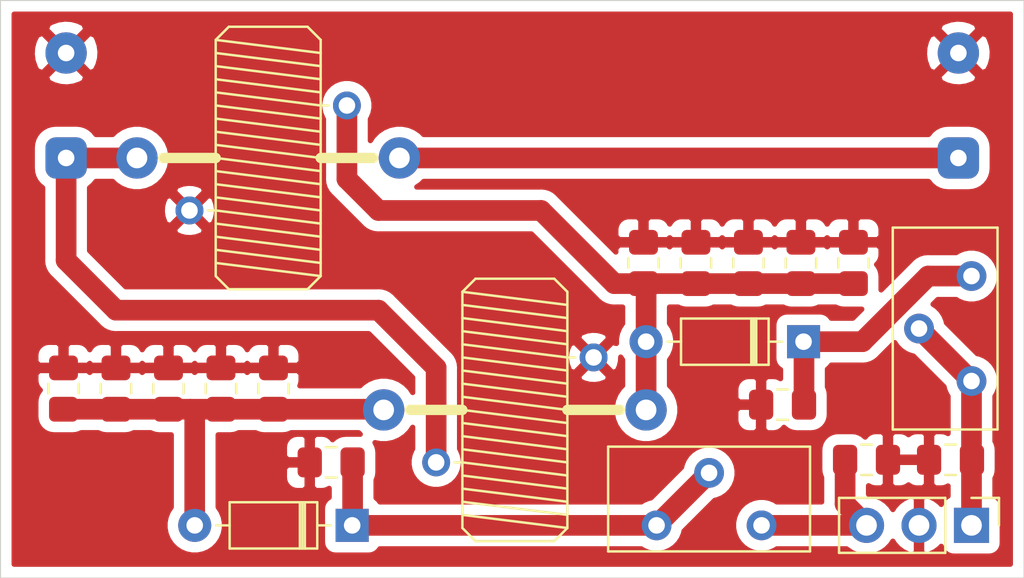
<source format=kicad_pcb>
(kicad_pcb (version 20171130) (host pcbnew "(5.1.7)-1")

  (general
    (thickness 1.6)
    (drawings 4)
    (tracks 37)
    (zones 0)
    (modules 23)
    (nets 10)
  )

  (page A4)
  (layers
    (0 F.Cu signal)
    (31 B.Cu signal)
    (32 B.Adhes user)
    (33 F.Adhes user)
    (34 B.Paste user)
    (35 F.Paste user)
    (36 B.SilkS user)
    (37 F.SilkS user)
    (38 B.Mask user)
    (39 F.Mask user)
    (40 Dwgs.User user hide)
    (41 Cmts.User user hide)
    (42 Eco1.User user hide)
    (43 Eco2.User user hide)
    (44 Edge.Cuts user)
    (45 Margin user hide)
    (46 B.CrtYd user hide)
    (47 F.CrtYd user)
    (48 B.Fab user hide)
    (49 F.Fab user hide)
  )

  (setup
    (last_trace_width 1)
    (user_trace_width 1)
    (user_trace_width 2)
    (trace_clearance 0.2)
    (zone_clearance 0.508)
    (zone_45_only no)
    (trace_min 0.2)
    (via_size 0.8)
    (via_drill 0.4)
    (via_min_size 0.4)
    (via_min_drill 0.3)
    (uvia_size 0.3)
    (uvia_drill 0.1)
    (uvias_allowed no)
    (uvia_min_size 0.2)
    (uvia_min_drill 0.1)
    (edge_width 0.05)
    (segment_width 0.2)
    (pcb_text_width 0.3)
    (pcb_text_size 1.5 1.5)
    (mod_edge_width 0.12)
    (mod_text_size 1 1)
    (mod_text_width 0.15)
    (pad_size 1.524 1.524)
    (pad_drill 0.762)
    (pad_to_mask_clearance 0)
    (aux_axis_origin 0 0)
    (visible_elements FFFFFF7F)
    (pcbplotparams
      (layerselection 0x010fc_ffffffff)
      (usegerberextensions false)
      (usegerberattributes true)
      (usegerberadvancedattributes true)
      (creategerberjobfile true)
      (excludeedgelayer true)
      (linewidth 0.100000)
      (plotframeref false)
      (viasonmask false)
      (mode 1)
      (useauxorigin false)
      (hpglpennumber 1)
      (hpglpenspeed 20)
      (hpglpendiameter 15.000000)
      (psnegative false)
      (psa4output false)
      (plotreference true)
      (plotvalue true)
      (plotinvisibletext false)
      (padsonsilk false)
      (subtractmaskfromsilk false)
      (outputformat 1)
      (mirror false)
      (drillshape 1)
      (scaleselection 1)
      (outputdirectory ""))
  )

  (net 0 "")
  (net 1 "Net-(C1-Pad1)")
  (net 2 GND)
  (net 3 "Net-(C2-Pad1)")
  (net 4 "Net-(C3-Pad1)")
  (net 5 "Net-(C4-Pad1)")
  (net 6 "Net-(D1-Pad2)")
  (net 7 "Net-(D2-Pad2)")
  (net 8 "Net-(J1-Pad1)")
  (net 9 "Net-(J3-Pad1)")

  (net_class Default "This is the default net class."
    (clearance 0.2)
    (trace_width 0.25)
    (via_dia 0.8)
    (via_drill 0.4)
    (uvia_dia 0.3)
    (uvia_drill 0.1)
    (add_net GND)
    (add_net "Net-(C1-Pad1)")
    (add_net "Net-(C2-Pad1)")
    (add_net "Net-(C3-Pad1)")
    (add_net "Net-(C4-Pad1)")
    (add_net "Net-(D1-Pad2)")
    (add_net "Net-(D2-Pad2)")
    (add_net "Net-(J1-Pad1)")
    (add_net "Net-(J3-Pad1)")
  )

  (module Connector_PinHeader_2.54mm:PinHeader_1x03_P2.54mm_Vertical (layer F.Cu) (tedit 59FED5CC) (tstamp 5F78BA5C)
    (at 212.09 88.9 270)
    (descr "Through hole straight pin header, 1x03, 2.54mm pitch, single row")
    (tags "Through hole pin header THT 1x03 2.54mm single row")
    (path /5F79768E)
    (fp_text reference J2 (at -3.81 3.81 90) (layer F.SilkS) hide
      (effects (font (size 1 1) (thickness 0.15)))
    )
    (fp_text value Conn_01x03 (at 5 6 90) (layer F.Fab)
      (effects (font (size 1 1) (thickness 0.15)))
    )
    (fp_text user %R (at 5 4.1 90) (layer F.Fab) hide
      (effects (font (size 1 1) (thickness 0.15)))
    )
    (fp_line (start -0.635 -1.27) (end 1.27 -1.27) (layer F.Fab) (width 0.1))
    (fp_line (start 1.27 -1.27) (end 1.27 6.35) (layer F.Fab) (width 0.1))
    (fp_line (start 1.27 6.35) (end -1.27 6.35) (layer F.Fab) (width 0.1))
    (fp_line (start -1.27 6.35) (end -1.27 -0.635) (layer F.Fab) (width 0.1))
    (fp_line (start -1.27 -0.635) (end -0.635 -1.27) (layer F.Fab) (width 0.1))
    (fp_line (start -1.33 6.41) (end 1.33 6.41) (layer F.SilkS) (width 0.12))
    (fp_line (start -1.33 1.27) (end -1.33 6.41) (layer F.SilkS) (width 0.12))
    (fp_line (start 1.33 1.27) (end 1.33 6.41) (layer F.SilkS) (width 0.12))
    (fp_line (start -1.33 1.27) (end 1.33 1.27) (layer F.SilkS) (width 0.12))
    (fp_line (start -1.33 0) (end -1.33 -1.33) (layer F.SilkS) (width 0.12))
    (fp_line (start -1.33 -1.33) (end 0 -1.33) (layer F.SilkS) (width 0.12))
    (fp_line (start -1.8 -1.8) (end -1.8 6.85) (layer F.CrtYd) (width 0.05))
    (fp_line (start -1.8 6.85) (end 1.8 6.85) (layer F.CrtYd) (width 0.05))
    (fp_line (start 1.8 6.85) (end 1.8 -1.8) (layer F.CrtYd) (width 0.05))
    (fp_line (start 1.8 -1.8) (end -1.8 -1.8) (layer F.CrtYd) (width 0.05))
    (pad 3 thru_hole oval (at 0 5.08 270) (size 1.7 1.7) (drill 1) (layers *.Cu *.Mask)
      (net 3 "Net-(C2-Pad1)"))
    (pad 2 thru_hole oval (at 0 2.54 270) (size 1.7 1.7) (drill 1) (layers *.Cu *.Mask)
      (net 2 GND))
    (pad 1 thru_hole rect (at 0 0 270) (size 1.7 1.7) (drill 1) (layers *.Cu *.Mask)
      (net 5 "Net-(C4-Pad1)"))
    (model ${KISYS3DMOD}/Connector_PinHeader_2.54mm.3dshapes/PinHeader_1x03_P2.54mm_Vertical.wrl
      (at (xyz 0 0 0))
      (scale (xyz 1 1 1))
      (rotate (xyz 0 0 0))
    )
  )

  (module pads:RF_Pads (layer F.Cu) (tedit 5F792156) (tstamp 5F7986B9)
    (at 211.455 68.58 90)
    (path /5F783952)
    (fp_text reference J3 (at 0 -3.437 90) (layer F.SilkS) hide
      (effects (font (size 1 1) (thickness 0.15)))
    )
    (fp_text value Conn_Coaxial (at 0 -4.437 90) (layer F.Fab)
      (effects (font (size 1 1) (thickness 0.15)))
    )
    (pad 2 thru_hole circle (at 2.54 0 90) (size 2 2) (drill 0.8) (layers *.Cu *.Mask)
      (net 2 GND))
    (pad 1 thru_hole roundrect (at -2.54 0 90) (size 2 2) (drill 0.8) (layers *.Cu *.Mask) (roundrect_rratio 0.25)
      (net 9 "Net-(J3-Pad1)"))
  )

  (module pads:RF_Pads (layer F.Cu) (tedit 5F792156) (tstamp 5F7986B4)
    (at 168.275 68.58 90)
    (path /5F784FA7)
    (fp_text reference J1 (at 0 -3.437 90) (layer F.SilkS) hide
      (effects (font (size 1 1) (thickness 0.15)))
    )
    (fp_text value Conn_Coaxial (at 0 -4.437 90) (layer F.Fab)
      (effects (font (size 1 1) (thickness 0.15)))
    )
    (pad 2 thru_hole circle (at 2.54 0 90) (size 2 2) (drill 0.8) (layers *.Cu *.Mask)
      (net 2 GND))
    (pad 1 thru_hole roundrect (at -2.54 0 90) (size 2 2) (drill 0.8) (layers *.Cu *.Mask) (roundrect_rratio 0.25)
      (net 8 "Net-(J1-Pad1)"))
  )

  (module coils:T50-43-swr (layer F.Cu) (tedit 5F786AC6) (tstamp 5F78BB7A)
    (at 178.054 71.12 90)
    (path /5F7D7912)
    (fp_text reference T1 (at -5.08 -3.81 90) (layer F.SilkS) hide
      (effects (font (size 1 1) (thickness 0.15)))
    )
    (fp_text value T50-43-SWR (at 0 -14.47 90) (layer F.Fab)
      (effects (font (size 1 1) (thickness 0.15)))
    )
    (fp_line (start -6.35 -1.905) (end -6.35 1.905) (layer F.SilkS) (width 0.12))
    (fp_line (start 5.715 -2.54) (end -5.715 -2.54) (layer F.SilkS) (width 0.12))
    (fp_line (start 6.35 1.905) (end 6.35 -1.905) (layer F.SilkS) (width 0.12))
    (fp_line (start -5.715 2.54) (end 5.715 2.54) (layer F.SilkS) (width 0.12))
    (fp_line (start -6.35 -1.905) (end -5.715 -2.54) (layer F.SilkS) (width 0.12))
    (fp_line (start 5.715 -2.54) (end 6.35 -1.905) (layer F.SilkS) (width 0.12))
    (fp_line (start 6.35 1.905) (end 5.715 2.54) (layer F.SilkS) (width 0.12))
    (fp_line (start -6.35 1.905) (end -5.715 2.54) (layer F.SilkS) (width 0.12))
    (fp_line (start 0 5.08) (end 0 2.54) (layer F.SilkS) (width 0.5))
    (fp_line (start -5.715 2.54) (end -5.08 -2.54) (layer F.SilkS) (width 0.12))
    (fp_line (start -5.08 2.54) (end -4.445 -2.54) (layer F.SilkS) (width 0.12))
    (fp_line (start -4.445 2.54) (end -3.81 -2.54) (layer F.SilkS) (width 0.12))
    (fp_line (start -3.81 2.54) (end -3.175 -2.54) (layer F.SilkS) (width 0.12))
    (fp_line (start -3.175 2.54) (end -2.54 -2.54) (layer F.SilkS) (width 0.12))
    (fp_line (start -2.54 2.54) (end -1.905 -2.54) (layer F.SilkS) (width 0.12))
    (fp_line (start -1.905 2.54) (end -1.27 -2.54) (layer F.SilkS) (width 0.12))
    (fp_line (start -1.27 2.54) (end -0.635 -2.54) (layer F.SilkS) (width 0.12))
    (fp_line (start -0.635 2.54) (end 0 -2.54) (layer F.SilkS) (width 0.12))
    (fp_line (start 0 2.54) (end 0.635 -2.54) (layer F.SilkS) (width 0.12))
    (fp_line (start 0.635 2.54) (end 1.27 -2.54) (layer F.SilkS) (width 0.12))
    (fp_line (start 1.27 2.54) (end 1.905 -2.54) (layer F.SilkS) (width 0.12))
    (fp_line (start 1.905 2.54) (end 2.54 -2.54) (layer F.SilkS) (width 0.12))
    (fp_line (start 2.54 2.54) (end 3.175 -2.54) (layer F.SilkS) (width 0.12))
    (fp_line (start 3.175 2.54) (end 3.81 -2.54) (layer F.SilkS) (width 0.12))
    (fp_line (start 3.81 2.54) (end 4.445 -2.54) (layer F.SilkS) (width 0.12))
    (fp_line (start 4.445 2.54) (end 5.08 -2.54) (layer F.SilkS) (width 0.12))
    (fp_line (start 5.08 2.54) (end 5.715 -2.54) (layer F.SilkS) (width 0.12))
    (fp_line (start -2.54 -2.54) (end -2.54 -2.921) (layer F.SilkS) (width 0.12))
    (fp_line (start 2.54 2.54) (end 2.54 2.921) (layer F.SilkS) (width 0.12))
    (fp_line (start 0 -2.54) (end 0 -5.08) (layer F.SilkS) (width 0.5))
    (pad 3 thru_hole circle (at 0 -6.35 90) (size 2 2) (drill 1) (layers *.Cu *.Mask)
      (net 8 "Net-(J1-Pad1)"))
    (pad 4 thru_hole circle (at 0 6.35 90) (size 2 2) (drill 1) (layers *.Cu *.Mask)
      (net 9 "Net-(J3-Pad1)"))
    (pad 2 thru_hole circle (at 2.54 3.81 90) (size 1.35 1.35) (drill 0.8) (layers *.Cu *.Mask)
      (net 7 "Net-(D2-Pad2)"))
    (pad 1 thru_hole circle (at -2.54 -3.81 90) (size 1.35 1.35) (drill 0.8) (layers *.Cu *.Mask)
      (net 2 GND))
  )

  (module coils:T50-43-swr (layer F.Cu) (tedit 5F786AC6) (tstamp 5F78D0D2)
    (at 189.992 83.312 270)
    (path /5F7F4083)
    (fp_text reference T2 (at -5.08 -3.81 90) (layer F.SilkS) hide
      (effects (font (size 1 1) (thickness 0.15)))
    )
    (fp_text value T50-43-SWR (at 0 -14.47 90) (layer F.Fab)
      (effects (font (size 1 1) (thickness 0.15)))
    )
    (fp_line (start -6.35 -1.905) (end -6.35 1.905) (layer F.SilkS) (width 0.12))
    (fp_line (start 5.715 -2.54) (end -5.715 -2.54) (layer F.SilkS) (width 0.12))
    (fp_line (start 6.35 1.905) (end 6.35 -1.905) (layer F.SilkS) (width 0.12))
    (fp_line (start -5.715 2.54) (end 5.715 2.54) (layer F.SilkS) (width 0.12))
    (fp_line (start -6.35 -1.905) (end -5.715 -2.54) (layer F.SilkS) (width 0.12))
    (fp_line (start 5.715 -2.54) (end 6.35 -1.905) (layer F.SilkS) (width 0.12))
    (fp_line (start 6.35 1.905) (end 5.715 2.54) (layer F.SilkS) (width 0.12))
    (fp_line (start -6.35 1.905) (end -5.715 2.54) (layer F.SilkS) (width 0.12))
    (fp_line (start 0 5.08) (end 0 2.54) (layer F.SilkS) (width 0.5))
    (fp_line (start -5.715 2.54) (end -5.08 -2.54) (layer F.SilkS) (width 0.12))
    (fp_line (start -5.08 2.54) (end -4.445 -2.54) (layer F.SilkS) (width 0.12))
    (fp_line (start -4.445 2.54) (end -3.81 -2.54) (layer F.SilkS) (width 0.12))
    (fp_line (start -3.81 2.54) (end -3.175 -2.54) (layer F.SilkS) (width 0.12))
    (fp_line (start -3.175 2.54) (end -2.54 -2.54) (layer F.SilkS) (width 0.12))
    (fp_line (start -2.54 2.54) (end -1.905 -2.54) (layer F.SilkS) (width 0.12))
    (fp_line (start -1.905 2.54) (end -1.27 -2.54) (layer F.SilkS) (width 0.12))
    (fp_line (start -1.27 2.54) (end -0.635 -2.54) (layer F.SilkS) (width 0.12))
    (fp_line (start -0.635 2.54) (end 0 -2.54) (layer F.SilkS) (width 0.12))
    (fp_line (start 0 2.54) (end 0.635 -2.54) (layer F.SilkS) (width 0.12))
    (fp_line (start 0.635 2.54) (end 1.27 -2.54) (layer F.SilkS) (width 0.12))
    (fp_line (start 1.27 2.54) (end 1.905 -2.54) (layer F.SilkS) (width 0.12))
    (fp_line (start 1.905 2.54) (end 2.54 -2.54) (layer F.SilkS) (width 0.12))
    (fp_line (start 2.54 2.54) (end 3.175 -2.54) (layer F.SilkS) (width 0.12))
    (fp_line (start 3.175 2.54) (end 3.81 -2.54) (layer F.SilkS) (width 0.12))
    (fp_line (start 3.81 2.54) (end 4.445 -2.54) (layer F.SilkS) (width 0.12))
    (fp_line (start 4.445 2.54) (end 5.08 -2.54) (layer F.SilkS) (width 0.12))
    (fp_line (start 5.08 2.54) (end 5.715 -2.54) (layer F.SilkS) (width 0.12))
    (fp_line (start -2.54 -2.54) (end -2.54 -2.921) (layer F.SilkS) (width 0.12))
    (fp_line (start 2.54 2.54) (end 2.54 2.921) (layer F.SilkS) (width 0.12))
    (fp_line (start 0 -2.54) (end 0 -5.08) (layer F.SilkS) (width 0.5))
    (pad 3 thru_hole circle (at 0 -6.35 270) (size 2 2) (drill 1) (layers *.Cu *.Mask)
      (net 7 "Net-(D2-Pad2)"))
    (pad 4 thru_hole circle (at 0 6.35 270) (size 2 2) (drill 1) (layers *.Cu *.Mask)
      (net 6 "Net-(D1-Pad2)"))
    (pad 2 thru_hole circle (at 2.54 3.81 270) (size 1.35 1.35) (drill 0.8) (layers *.Cu *.Mask)
      (net 8 "Net-(J1-Pad1)"))
    (pad 1 thru_hole circle (at -2.54 -3.81 270) (size 1.35 1.35) (drill 0.8) (layers *.Cu *.Mask)
      (net 2 GND))
  )

  (module Capacitor_SMD:C_0805_2012Metric_Pad1.18x1.45mm_HandSolder (layer F.Cu) (tedit 5F68FEEF) (tstamp 5F78B9AC)
    (at 181.102 85.852 180)
    (descr "Capacitor SMD 0805 (2012 Metric), square (rectangular) end terminal, IPC_7351 nominal with elongated pad for handsoldering. (Body size source: IPC-SM-782 page 76, https://www.pcb-3d.com/wordpress/wp-content/uploads/ipc-sm-782a_amendment_1_and_2.pdf, https://docs.google.com/spreadsheets/d/1BsfQQcO9C6DZCsRaXUlFlo91Tg2WpOkGARC1WS5S8t0/edit?usp=sharing), generated with kicad-footprint-generator")
    (tags "capacitor handsolder")
    (path /5F78C43A)
    (attr smd)
    (fp_text reference C1 (at -3.175 0) (layer F.SilkS) hide
      (effects (font (size 1 1) (thickness 0.15)))
    )
    (fp_text value 100nF (at 0 1.68) (layer F.Fab)
      (effects (font (size 1 1) (thickness 0.15)))
    )
    (fp_line (start 1.88 0.98) (end -1.88 0.98) (layer F.CrtYd) (width 0.05))
    (fp_line (start 1.88 -0.98) (end 1.88 0.98) (layer F.CrtYd) (width 0.05))
    (fp_line (start -1.88 -0.98) (end 1.88 -0.98) (layer F.CrtYd) (width 0.05))
    (fp_line (start -1.88 0.98) (end -1.88 -0.98) (layer F.CrtYd) (width 0.05))
    (fp_line (start -0.261252 0.735) (end 0.261252 0.735) (layer F.SilkS) (width 0.12))
    (fp_line (start -0.261252 -0.735) (end 0.261252 -0.735) (layer F.SilkS) (width 0.12))
    (fp_line (start 1 0.625) (end -1 0.625) (layer F.Fab) (width 0.1))
    (fp_line (start 1 -0.625) (end 1 0.625) (layer F.Fab) (width 0.1))
    (fp_line (start -1 -0.625) (end 1 -0.625) (layer F.Fab) (width 0.1))
    (fp_line (start -1 0.625) (end -1 -0.625) (layer F.Fab) (width 0.1))
    (fp_text user %R (at 0 0) (layer F.Fab) hide
      (effects (font (size 0.5 0.5) (thickness 0.08)))
    )
    (pad 1 smd roundrect (at -1.0375 0 180) (size 1.175 1.45) (layers F.Cu F.Paste F.Mask) (roundrect_rratio 0.212766)
      (net 1 "Net-(C1-Pad1)"))
    (pad 2 smd roundrect (at 1.0375 0 180) (size 1.175 1.45) (layers F.Cu F.Paste F.Mask) (roundrect_rratio 0.212766)
      (net 2 GND))
    (model ${KISYS3DMOD}/Capacitor_SMD.3dshapes/C_0805_2012Metric.wrl
      (at (xyz 0 0 0))
      (scale (xyz 1 1 1))
      (rotate (xyz 0 0 0))
    )
  )

  (module Capacitor_SMD:C_0805_2012Metric_Pad1.18x1.45mm_HandSolder (layer F.Cu) (tedit 5F68FEEF) (tstamp 5F7999EC)
    (at 207.01 85.725)
    (descr "Capacitor SMD 0805 (2012 Metric), square (rectangular) end terminal, IPC_7351 nominal with elongated pad for handsoldering. (Body size source: IPC-SM-782 page 76, https://www.pcb-3d.com/wordpress/wp-content/uploads/ipc-sm-782a_amendment_1_and_2.pdf, https://docs.google.com/spreadsheets/d/1BsfQQcO9C6DZCsRaXUlFlo91Tg2WpOkGARC1WS5S8t0/edit?usp=sharing), generated with kicad-footprint-generator")
    (tags "capacitor handsolder")
    (path /5F79AC33)
    (attr smd)
    (fp_text reference C2 (at -3.175 0) (layer F.SilkS) hide
      (effects (font (size 1 1) (thickness 0.15)))
    )
    (fp_text value 100nF (at 0 1.68) (layer F.Fab)
      (effects (font (size 1 1) (thickness 0.15)))
    )
    (fp_line (start 1.88 0.98) (end -1.88 0.98) (layer F.CrtYd) (width 0.05))
    (fp_line (start 1.88 -0.98) (end 1.88 0.98) (layer F.CrtYd) (width 0.05))
    (fp_line (start -1.88 -0.98) (end 1.88 -0.98) (layer F.CrtYd) (width 0.05))
    (fp_line (start -1.88 0.98) (end -1.88 -0.98) (layer F.CrtYd) (width 0.05))
    (fp_line (start -0.261252 0.735) (end 0.261252 0.735) (layer F.SilkS) (width 0.12))
    (fp_line (start -0.261252 -0.735) (end 0.261252 -0.735) (layer F.SilkS) (width 0.12))
    (fp_line (start 1 0.625) (end -1 0.625) (layer F.Fab) (width 0.1))
    (fp_line (start 1 -0.625) (end 1 0.625) (layer F.Fab) (width 0.1))
    (fp_line (start -1 -0.625) (end 1 -0.625) (layer F.Fab) (width 0.1))
    (fp_line (start -1 0.625) (end -1 -0.625) (layer F.Fab) (width 0.1))
    (fp_text user %R (at 0 0) (layer F.Fab) hide
      (effects (font (size 0.5 0.5) (thickness 0.08)))
    )
    (pad 1 smd roundrect (at -1.0375 0) (size 1.175 1.45) (layers F.Cu F.Paste F.Mask) (roundrect_rratio 0.212766)
      (net 3 "Net-(C2-Pad1)"))
    (pad 2 smd roundrect (at 1.0375 0) (size 1.175 1.45) (layers F.Cu F.Paste F.Mask) (roundrect_rratio 0.212766)
      (net 2 GND))
    (model ${KISYS3DMOD}/Capacitor_SMD.3dshapes/C_0805_2012Metric.wrl
      (at (xyz 0 0 0))
      (scale (xyz 1 1 1))
      (rotate (xyz 0 0 0))
    )
  )

  (module Capacitor_SMD:C_0805_2012Metric_Pad1.18x1.45mm_HandSolder (layer F.Cu) (tedit 5F68FEEF) (tstamp 5F78B9CE)
    (at 202.946 83.058 180)
    (descr "Capacitor SMD 0805 (2012 Metric), square (rectangular) end terminal, IPC_7351 nominal with elongated pad for handsoldering. (Body size source: IPC-SM-782 page 76, https://www.pcb-3d.com/wordpress/wp-content/uploads/ipc-sm-782a_amendment_1_and_2.pdf, https://docs.google.com/spreadsheets/d/1BsfQQcO9C6DZCsRaXUlFlo91Tg2WpOkGARC1WS5S8t0/edit?usp=sharing), generated with kicad-footprint-generator")
    (tags "capacitor handsolder")
    (path /5F78B9C9)
    (attr smd)
    (fp_text reference C3 (at -3.175 0) (layer F.SilkS) hide
      (effects (font (size 1 1) (thickness 0.15)))
    )
    (fp_text value 100nF (at 0 1.68) (layer F.Fab)
      (effects (font (size 1 1) (thickness 0.15)))
    )
    (fp_text user %R (at 0 0) (layer F.Fab) hide
      (effects (font (size 0.5 0.5) (thickness 0.08)))
    )
    (fp_line (start -1 0.625) (end -1 -0.625) (layer F.Fab) (width 0.1))
    (fp_line (start -1 -0.625) (end 1 -0.625) (layer F.Fab) (width 0.1))
    (fp_line (start 1 -0.625) (end 1 0.625) (layer F.Fab) (width 0.1))
    (fp_line (start 1 0.625) (end -1 0.625) (layer F.Fab) (width 0.1))
    (fp_line (start -0.261252 -0.735) (end 0.261252 -0.735) (layer F.SilkS) (width 0.12))
    (fp_line (start -0.261252 0.735) (end 0.261252 0.735) (layer F.SilkS) (width 0.12))
    (fp_line (start -1.88 0.98) (end -1.88 -0.98) (layer F.CrtYd) (width 0.05))
    (fp_line (start -1.88 -0.98) (end 1.88 -0.98) (layer F.CrtYd) (width 0.05))
    (fp_line (start 1.88 -0.98) (end 1.88 0.98) (layer F.CrtYd) (width 0.05))
    (fp_line (start 1.88 0.98) (end -1.88 0.98) (layer F.CrtYd) (width 0.05))
    (pad 2 smd roundrect (at 1.0375 0 180) (size 1.175 1.45) (layers F.Cu F.Paste F.Mask) (roundrect_rratio 0.212766)
      (net 2 GND))
    (pad 1 smd roundrect (at -1.0375 0 180) (size 1.175 1.45) (layers F.Cu F.Paste F.Mask) (roundrect_rratio 0.212766)
      (net 4 "Net-(C3-Pad1)"))
    (model ${KISYS3DMOD}/Capacitor_SMD.3dshapes/C_0805_2012Metric.wrl
      (at (xyz 0 0 0))
      (scale (xyz 1 1 1))
      (rotate (xyz 0 0 0))
    )
  )

  (module Capacitor_SMD:C_0805_2012Metric_Pad1.18x1.45mm_HandSolder (layer F.Cu) (tedit 5F68FEEF) (tstamp 5F78B9DF)
    (at 211.074 85.725 180)
    (descr "Capacitor SMD 0805 (2012 Metric), square (rectangular) end terminal, IPC_7351 nominal with elongated pad for handsoldering. (Body size source: IPC-SM-782 page 76, https://www.pcb-3d.com/wordpress/wp-content/uploads/ipc-sm-782a_amendment_1_and_2.pdf, https://docs.google.com/spreadsheets/d/1BsfQQcO9C6DZCsRaXUlFlo91Tg2WpOkGARC1WS5S8t0/edit?usp=sharing), generated with kicad-footprint-generator")
    (tags "capacitor handsolder")
    (path /5F79BF7E)
    (attr smd)
    (fp_text reference C4 (at -3.175 0) (layer F.SilkS) hide
      (effects (font (size 1 1) (thickness 0.15)))
    )
    (fp_text value 100nF (at 0 1.68) (layer F.Fab)
      (effects (font (size 1 1) (thickness 0.15)))
    )
    (fp_text user %R (at 0 0) (layer F.Fab) hide
      (effects (font (size 0.5 0.5) (thickness 0.08)))
    )
    (fp_line (start -1 0.625) (end -1 -0.625) (layer F.Fab) (width 0.1))
    (fp_line (start -1 -0.625) (end 1 -0.625) (layer F.Fab) (width 0.1))
    (fp_line (start 1 -0.625) (end 1 0.625) (layer F.Fab) (width 0.1))
    (fp_line (start 1 0.625) (end -1 0.625) (layer F.Fab) (width 0.1))
    (fp_line (start -0.261252 -0.735) (end 0.261252 -0.735) (layer F.SilkS) (width 0.12))
    (fp_line (start -0.261252 0.735) (end 0.261252 0.735) (layer F.SilkS) (width 0.12))
    (fp_line (start -1.88 0.98) (end -1.88 -0.98) (layer F.CrtYd) (width 0.05))
    (fp_line (start -1.88 -0.98) (end 1.88 -0.98) (layer F.CrtYd) (width 0.05))
    (fp_line (start 1.88 -0.98) (end 1.88 0.98) (layer F.CrtYd) (width 0.05))
    (fp_line (start 1.88 0.98) (end -1.88 0.98) (layer F.CrtYd) (width 0.05))
    (pad 2 smd roundrect (at 1.0375 0 180) (size 1.175 1.45) (layers F.Cu F.Paste F.Mask) (roundrect_rratio 0.212766)
      (net 2 GND))
    (pad 1 smd roundrect (at -1.0375 0 180) (size 1.175 1.45) (layers F.Cu F.Paste F.Mask) (roundrect_rratio 0.212766)
      (net 5 "Net-(C4-Pad1)"))
    (model ${KISYS3DMOD}/Capacitor_SMD.3dshapes/C_0805_2012Metric.wrl
      (at (xyz 0 0 0))
      (scale (xyz 1 1 1))
      (rotate (xyz 0 0 0))
    )
  )

  (module Diode_THT:D_DO-35_SOD27_P7.62mm_Horizontal (layer F.Cu) (tedit 5AE50CD5) (tstamp 5F78B9FE)
    (at 182.118 88.9 180)
    (descr "Diode, DO-35_SOD27 series, Axial, Horizontal, pin pitch=7.62mm, , length*diameter=4*2mm^2, , http://www.diodes.com/_files/packages/DO-35.pdf")
    (tags "Diode DO-35_SOD27 series Axial Horizontal pin pitch 7.62mm  length 4mm diameter 2mm")
    (path /5F78A7F5)
    (fp_text reference D1 (at 3.81 -2.12) (layer F.SilkS) hide
      (effects (font (size 1 1) (thickness 0.15)))
    )
    (fp_text value 1N5711 (at 3.81 2.12) (layer F.Fab)
      (effects (font (size 1 1) (thickness 0.15)))
    )
    (fp_line (start 8.67 -1.25) (end -1.05 -1.25) (layer F.CrtYd) (width 0.05))
    (fp_line (start 8.67 1.25) (end 8.67 -1.25) (layer F.CrtYd) (width 0.05))
    (fp_line (start -1.05 1.25) (end 8.67 1.25) (layer F.CrtYd) (width 0.05))
    (fp_line (start -1.05 -1.25) (end -1.05 1.25) (layer F.CrtYd) (width 0.05))
    (fp_line (start 2.29 -1.12) (end 2.29 1.12) (layer F.SilkS) (width 0.12))
    (fp_line (start 2.53 -1.12) (end 2.53 1.12) (layer F.SilkS) (width 0.12))
    (fp_line (start 2.41 -1.12) (end 2.41 1.12) (layer F.SilkS) (width 0.12))
    (fp_line (start 6.58 0) (end 5.93 0) (layer F.SilkS) (width 0.12))
    (fp_line (start 1.04 0) (end 1.69 0) (layer F.SilkS) (width 0.12))
    (fp_line (start 5.93 -1.12) (end 1.69 -1.12) (layer F.SilkS) (width 0.12))
    (fp_line (start 5.93 1.12) (end 5.93 -1.12) (layer F.SilkS) (width 0.12))
    (fp_line (start 1.69 1.12) (end 5.93 1.12) (layer F.SilkS) (width 0.12))
    (fp_line (start 1.69 -1.12) (end 1.69 1.12) (layer F.SilkS) (width 0.12))
    (fp_line (start 2.31 -1) (end 2.31 1) (layer F.Fab) (width 0.1))
    (fp_line (start 2.51 -1) (end 2.51 1) (layer F.Fab) (width 0.1))
    (fp_line (start 2.41 -1) (end 2.41 1) (layer F.Fab) (width 0.1))
    (fp_line (start 7.62 0) (end 5.81 0) (layer F.Fab) (width 0.1))
    (fp_line (start 0 0) (end 1.81 0) (layer F.Fab) (width 0.1))
    (fp_line (start 5.81 -1) (end 1.81 -1) (layer F.Fab) (width 0.1))
    (fp_line (start 5.81 1) (end 5.81 -1) (layer F.Fab) (width 0.1))
    (fp_line (start 1.81 1) (end 5.81 1) (layer F.Fab) (width 0.1))
    (fp_line (start 1.81 -1) (end 1.81 1) (layer F.Fab) (width 0.1))
    (fp_text user %R (at 4.11 0) (layer F.Fab) hide
      (effects (font (size 0.8 0.8) (thickness 0.12)))
    )
    (fp_text user K (at 0 -1.8) (layer F.Fab) hide
      (effects (font (size 1 1) (thickness 0.15)))
    )
    (fp_text user K (at 0 -1.8) (layer F.SilkS) hide
      (effects (font (size 1 1) (thickness 0.15)))
    )
    (pad 1 thru_hole rect (at 0 0 180) (size 1.6 1.6) (drill 0.8) (layers *.Cu *.Mask)
      (net 1 "Net-(C1-Pad1)"))
    (pad 2 thru_hole oval (at 7.62 0 180) (size 1.6 1.6) (drill 0.8) (layers *.Cu *.Mask)
      (net 6 "Net-(D1-Pad2)"))
    (model ${KISYS3DMOD}/Diode_THT.3dshapes/D_DO-35_SOD27_P7.62mm_Horizontal.wrl
      (at (xyz 0 0 0))
      (scale (xyz 1 1 1))
      (rotate (xyz 0 0 0))
    )
  )

  (module Diode_THT:D_DO-35_SOD27_P7.62mm_Horizontal (layer F.Cu) (tedit 5AE50CD5) (tstamp 5F78BA1D)
    (at 203.962 80.01 180)
    (descr "Diode, DO-35_SOD27 series, Axial, Horizontal, pin pitch=7.62mm, , length*diameter=4*2mm^2, , http://www.diodes.com/_files/packages/DO-35.pdf")
    (tags "Diode DO-35_SOD27 series Axial Horizontal pin pitch 7.62mm  length 4mm diameter 2mm")
    (path /5F7896EF)
    (fp_text reference D2 (at 3.81 -2.12) (layer F.SilkS) hide
      (effects (font (size 1 1) (thickness 0.15)))
    )
    (fp_text value 1N5711 (at 3.81 2.12) (layer F.Fab)
      (effects (font (size 1 1) (thickness 0.15)))
    )
    (fp_text user K (at 0 -1.8) (layer F.SilkS) hide
      (effects (font (size 1 1) (thickness 0.15)))
    )
    (fp_text user K (at 0 -1.8) (layer F.Fab) hide
      (effects (font (size 1 1) (thickness 0.15)))
    )
    (fp_text user %R (at 4.11 0) (layer F.Fab) hide
      (effects (font (size 0.8 0.8) (thickness 0.12)))
    )
    (fp_line (start 1.81 -1) (end 1.81 1) (layer F.Fab) (width 0.1))
    (fp_line (start 1.81 1) (end 5.81 1) (layer F.Fab) (width 0.1))
    (fp_line (start 5.81 1) (end 5.81 -1) (layer F.Fab) (width 0.1))
    (fp_line (start 5.81 -1) (end 1.81 -1) (layer F.Fab) (width 0.1))
    (fp_line (start 0 0) (end 1.81 0) (layer F.Fab) (width 0.1))
    (fp_line (start 7.62 0) (end 5.81 0) (layer F.Fab) (width 0.1))
    (fp_line (start 2.41 -1) (end 2.41 1) (layer F.Fab) (width 0.1))
    (fp_line (start 2.51 -1) (end 2.51 1) (layer F.Fab) (width 0.1))
    (fp_line (start 2.31 -1) (end 2.31 1) (layer F.Fab) (width 0.1))
    (fp_line (start 1.69 -1.12) (end 1.69 1.12) (layer F.SilkS) (width 0.12))
    (fp_line (start 1.69 1.12) (end 5.93 1.12) (layer F.SilkS) (width 0.12))
    (fp_line (start 5.93 1.12) (end 5.93 -1.12) (layer F.SilkS) (width 0.12))
    (fp_line (start 5.93 -1.12) (end 1.69 -1.12) (layer F.SilkS) (width 0.12))
    (fp_line (start 1.04 0) (end 1.69 0) (layer F.SilkS) (width 0.12))
    (fp_line (start 6.58 0) (end 5.93 0) (layer F.SilkS) (width 0.12))
    (fp_line (start 2.41 -1.12) (end 2.41 1.12) (layer F.SilkS) (width 0.12))
    (fp_line (start 2.53 -1.12) (end 2.53 1.12) (layer F.SilkS) (width 0.12))
    (fp_line (start 2.29 -1.12) (end 2.29 1.12) (layer F.SilkS) (width 0.12))
    (fp_line (start -1.05 -1.25) (end -1.05 1.25) (layer F.CrtYd) (width 0.05))
    (fp_line (start -1.05 1.25) (end 8.67 1.25) (layer F.CrtYd) (width 0.05))
    (fp_line (start 8.67 1.25) (end 8.67 -1.25) (layer F.CrtYd) (width 0.05))
    (fp_line (start 8.67 -1.25) (end -1.05 -1.25) (layer F.CrtYd) (width 0.05))
    (pad 2 thru_hole oval (at 7.62 0 180) (size 1.6 1.6) (drill 0.8) (layers *.Cu *.Mask)
      (net 7 "Net-(D2-Pad2)"))
    (pad 1 thru_hole rect (at 0 0 180) (size 1.6 1.6) (drill 0.8) (layers *.Cu *.Mask)
      (net 4 "Net-(C3-Pad1)"))
    (model ${KISYS3DMOD}/Diode_THT.3dshapes/D_DO-35_SOD27_P7.62mm_Horizontal.wrl
      (at (xyz 0 0 0))
      (scale (xyz 1 1 1))
      (rotate (xyz 0 0 0))
    )
  )

  (module Resistor_SMD:R_0805_2012Metric_Pad1.20x1.40mm_HandSolder (layer F.Cu) (tedit 5F68FEEE) (tstamp 5F78BA92)
    (at 168.148 82.28 90)
    (descr "Resistor SMD 0805 (2012 Metric), square (rectangular) end terminal, IPC_7351 nominal with elongated pad for handsoldering. (Body size source: IPC-SM-782 page 72, https://www.pcb-3d.com/wordpress/wp-content/uploads/ipc-sm-782a_amendment_1_and_2.pdf), generated with kicad-footprint-generator")
    (tags "resistor handsolder")
    (path /5F7A709D)
    (attr smd)
    (fp_text reference R1 (at 4.175 0 90) (layer F.SilkS) hide
      (effects (font (size 1 1) (thickness 0.15)) (justify right))
    )
    (fp_text value 10 (at 0 1.65 90) (layer F.Fab)
      (effects (font (size 1 1) (thickness 0.15)))
    )
    (fp_text user %R (at 0 0 90) (layer F.Fab) hide
      (effects (font (size 0.5 0.5) (thickness 0.08)))
    )
    (fp_line (start -1 0.625) (end -1 -0.625) (layer F.Fab) (width 0.1))
    (fp_line (start -1 -0.625) (end 1 -0.625) (layer F.Fab) (width 0.1))
    (fp_line (start 1 -0.625) (end 1 0.625) (layer F.Fab) (width 0.1))
    (fp_line (start 1 0.625) (end -1 0.625) (layer F.Fab) (width 0.1))
    (fp_line (start -0.227064 -0.735) (end 0.227064 -0.735) (layer F.SilkS) (width 0.12))
    (fp_line (start -0.227064 0.735) (end 0.227064 0.735) (layer F.SilkS) (width 0.12))
    (fp_line (start -1.85 0.95) (end -1.85 -0.95) (layer F.CrtYd) (width 0.05))
    (fp_line (start -1.85 -0.95) (end 1.85 -0.95) (layer F.CrtYd) (width 0.05))
    (fp_line (start 1.85 -0.95) (end 1.85 0.95) (layer F.CrtYd) (width 0.05))
    (fp_line (start 1.85 0.95) (end -1.85 0.95) (layer F.CrtYd) (width 0.05))
    (pad 2 smd roundrect (at 1 0 90) (size 1.2 1.4) (layers F.Cu F.Paste F.Mask) (roundrect_rratio 0.208333)
      (net 2 GND))
    (pad 1 smd roundrect (at -1 0 90) (size 1.2 1.4) (layers F.Cu F.Paste F.Mask) (roundrect_rratio 0.208333)
      (net 6 "Net-(D1-Pad2)"))
    (model ${KISYS3DMOD}/Resistor_SMD.3dshapes/R_0805_2012Metric.wrl
      (at (xyz 0 0 0))
      (scale (xyz 1 1 1))
      (rotate (xyz 0 0 0))
    )
  )

  (module Resistor_SMD:R_0805_2012Metric_Pad1.20x1.40mm_HandSolder (layer F.Cu) (tedit 5F68FEEE) (tstamp 5F78BAA3)
    (at 170.688 82.28 90)
    (descr "Resistor SMD 0805 (2012 Metric), square (rectangular) end terminal, IPC_7351 nominal with elongated pad for handsoldering. (Body size source: IPC-SM-782 page 72, https://www.pcb-3d.com/wordpress/wp-content/uploads/ipc-sm-782a_amendment_1_and_2.pdf), generated with kicad-footprint-generator")
    (tags "resistor handsolder")
    (path /5F7A6EF4)
    (attr smd)
    (fp_text reference R2 (at 4.175 0 90) (layer F.SilkS) hide
      (effects (font (size 1 1) (thickness 0.15)) (justify right))
    )
    (fp_text value 10 (at 0 1.65 90) (layer F.Fab)
      (effects (font (size 1 1) (thickness 0.15)))
    )
    (fp_line (start 1.85 0.95) (end -1.85 0.95) (layer F.CrtYd) (width 0.05))
    (fp_line (start 1.85 -0.95) (end 1.85 0.95) (layer F.CrtYd) (width 0.05))
    (fp_line (start -1.85 -0.95) (end 1.85 -0.95) (layer F.CrtYd) (width 0.05))
    (fp_line (start -1.85 0.95) (end -1.85 -0.95) (layer F.CrtYd) (width 0.05))
    (fp_line (start -0.227064 0.735) (end 0.227064 0.735) (layer F.SilkS) (width 0.12))
    (fp_line (start -0.227064 -0.735) (end 0.227064 -0.735) (layer F.SilkS) (width 0.12))
    (fp_line (start 1 0.625) (end -1 0.625) (layer F.Fab) (width 0.1))
    (fp_line (start 1 -0.625) (end 1 0.625) (layer F.Fab) (width 0.1))
    (fp_line (start -1 -0.625) (end 1 -0.625) (layer F.Fab) (width 0.1))
    (fp_line (start -1 0.625) (end -1 -0.625) (layer F.Fab) (width 0.1))
    (fp_text user %R (at 0 0 90) (layer F.Fab) hide
      (effects (font (size 0.5 0.5) (thickness 0.08)))
    )
    (pad 1 smd roundrect (at -1 0 90) (size 1.2 1.4) (layers F.Cu F.Paste F.Mask) (roundrect_rratio 0.208333)
      (net 6 "Net-(D1-Pad2)"))
    (pad 2 smd roundrect (at 1 0 90) (size 1.2 1.4) (layers F.Cu F.Paste F.Mask) (roundrect_rratio 0.208333)
      (net 2 GND))
    (model ${KISYS3DMOD}/Resistor_SMD.3dshapes/R_0805_2012Metric.wrl
      (at (xyz 0 0 0))
      (scale (xyz 1 1 1))
      (rotate (xyz 0 0 0))
    )
  )

  (module Resistor_SMD:R_0805_2012Metric_Pad1.20x1.40mm_HandSolder (layer F.Cu) (tedit 5F68FEEE) (tstamp 5F78BAB4)
    (at 173.228 82.28 90)
    (descr "Resistor SMD 0805 (2012 Metric), square (rectangular) end terminal, IPC_7351 nominal with elongated pad for handsoldering. (Body size source: IPC-SM-782 page 72, https://www.pcb-3d.com/wordpress/wp-content/uploads/ipc-sm-782a_amendment_1_and_2.pdf), generated with kicad-footprint-generator")
    (tags "resistor handsolder")
    (path /5F7A6D36)
    (attr smd)
    (fp_text reference R3 (at 4.175 0 90) (layer F.SilkS) hide
      (effects (font (size 1 1) (thickness 0.15)) (justify right))
    )
    (fp_text value 10 (at 0 1.65 90) (layer F.Fab)
      (effects (font (size 1 1) (thickness 0.15)))
    )
    (fp_text user %R (at 0 0 90) (layer F.Fab) hide
      (effects (font (size 0.5 0.5) (thickness 0.08)))
    )
    (fp_line (start -1 0.625) (end -1 -0.625) (layer F.Fab) (width 0.1))
    (fp_line (start -1 -0.625) (end 1 -0.625) (layer F.Fab) (width 0.1))
    (fp_line (start 1 -0.625) (end 1 0.625) (layer F.Fab) (width 0.1))
    (fp_line (start 1 0.625) (end -1 0.625) (layer F.Fab) (width 0.1))
    (fp_line (start -0.227064 -0.735) (end 0.227064 -0.735) (layer F.SilkS) (width 0.12))
    (fp_line (start -0.227064 0.735) (end 0.227064 0.735) (layer F.SilkS) (width 0.12))
    (fp_line (start -1.85 0.95) (end -1.85 -0.95) (layer F.CrtYd) (width 0.05))
    (fp_line (start -1.85 -0.95) (end 1.85 -0.95) (layer F.CrtYd) (width 0.05))
    (fp_line (start 1.85 -0.95) (end 1.85 0.95) (layer F.CrtYd) (width 0.05))
    (fp_line (start 1.85 0.95) (end -1.85 0.95) (layer F.CrtYd) (width 0.05))
    (pad 2 smd roundrect (at 1 0 90) (size 1.2 1.4) (layers F.Cu F.Paste F.Mask) (roundrect_rratio 0.208333)
      (net 2 GND))
    (pad 1 smd roundrect (at -1 0 90) (size 1.2 1.4) (layers F.Cu F.Paste F.Mask) (roundrect_rratio 0.208333)
      (net 6 "Net-(D1-Pad2)"))
    (model ${KISYS3DMOD}/Resistor_SMD.3dshapes/R_0805_2012Metric.wrl
      (at (xyz 0 0 0))
      (scale (xyz 1 1 1))
      (rotate (xyz 0 0 0))
    )
  )

  (module Resistor_SMD:R_0805_2012Metric_Pad1.20x1.40mm_HandSolder (layer F.Cu) (tedit 5F68FEEE) (tstamp 5F78BAC5)
    (at 175.768 82.28 90)
    (descr "Resistor SMD 0805 (2012 Metric), square (rectangular) end terminal, IPC_7351 nominal with elongated pad for handsoldering. (Body size source: IPC-SM-782 page 72, https://www.pcb-3d.com/wordpress/wp-content/uploads/ipc-sm-782a_amendment_1_and_2.pdf), generated with kicad-footprint-generator")
    (tags "resistor handsolder")
    (path /5F7A6A44)
    (attr smd)
    (fp_text reference R4 (at 4.175 0 90) (layer F.SilkS) hide
      (effects (font (size 1 1) (thickness 0.15)) (justify right))
    )
    (fp_text value 10 (at 0 1.65 90) (layer F.Fab)
      (effects (font (size 1 1) (thickness 0.15)))
    )
    (fp_line (start 1.85 0.95) (end -1.85 0.95) (layer F.CrtYd) (width 0.05))
    (fp_line (start 1.85 -0.95) (end 1.85 0.95) (layer F.CrtYd) (width 0.05))
    (fp_line (start -1.85 -0.95) (end 1.85 -0.95) (layer F.CrtYd) (width 0.05))
    (fp_line (start -1.85 0.95) (end -1.85 -0.95) (layer F.CrtYd) (width 0.05))
    (fp_line (start -0.227064 0.735) (end 0.227064 0.735) (layer F.SilkS) (width 0.12))
    (fp_line (start -0.227064 -0.735) (end 0.227064 -0.735) (layer F.SilkS) (width 0.12))
    (fp_line (start 1 0.625) (end -1 0.625) (layer F.Fab) (width 0.1))
    (fp_line (start 1 -0.625) (end 1 0.625) (layer F.Fab) (width 0.1))
    (fp_line (start -1 -0.625) (end 1 -0.625) (layer F.Fab) (width 0.1))
    (fp_line (start -1 0.625) (end -1 -0.625) (layer F.Fab) (width 0.1))
    (fp_text user %R (at 0 0 90) (layer F.Fab) hide
      (effects (font (size 0.5 0.5) (thickness 0.08)))
    )
    (pad 1 smd roundrect (at -1 0 90) (size 1.2 1.4) (layers F.Cu F.Paste F.Mask) (roundrect_rratio 0.208333)
      (net 6 "Net-(D1-Pad2)"))
    (pad 2 smd roundrect (at 1 0 90) (size 1.2 1.4) (layers F.Cu F.Paste F.Mask) (roundrect_rratio 0.208333)
      (net 2 GND))
    (model ${KISYS3DMOD}/Resistor_SMD.3dshapes/R_0805_2012Metric.wrl
      (at (xyz 0 0 0))
      (scale (xyz 1 1 1))
      (rotate (xyz 0 0 0))
    )
  )

  (module Resistor_SMD:R_0805_2012Metric_Pad1.20x1.40mm_HandSolder (layer F.Cu) (tedit 5F68FEEE) (tstamp 5F7923B4)
    (at 178.308 82.28 90)
    (descr "Resistor SMD 0805 (2012 Metric), square (rectangular) end terminal, IPC_7351 nominal with elongated pad for handsoldering. (Body size source: IPC-SM-782 page 72, https://www.pcb-3d.com/wordpress/wp-content/uploads/ipc-sm-782a_amendment_1_and_2.pdf), generated with kicad-footprint-generator")
    (tags "resistor handsolder")
    (path /5F77C80A)
    (attr smd)
    (fp_text reference R5 (at 4.175 0 90) (layer F.SilkS) hide
      (effects (font (size 1 1) (thickness 0.15)) (justify right))
    )
    (fp_text value 10 (at 0 1.65 90) (layer F.Fab)
      (effects (font (size 1 1) (thickness 0.15)))
    )
    (fp_text user %R (at 0 0 90) (layer F.Fab) hide
      (effects (font (size 0.5 0.5) (thickness 0.08)))
    )
    (fp_line (start -1 0.625) (end -1 -0.625) (layer F.Fab) (width 0.1))
    (fp_line (start -1 -0.625) (end 1 -0.625) (layer F.Fab) (width 0.1))
    (fp_line (start 1 -0.625) (end 1 0.625) (layer F.Fab) (width 0.1))
    (fp_line (start 1 0.625) (end -1 0.625) (layer F.Fab) (width 0.1))
    (fp_line (start -0.227064 -0.735) (end 0.227064 -0.735) (layer F.SilkS) (width 0.12))
    (fp_line (start -0.227064 0.735) (end 0.227064 0.735) (layer F.SilkS) (width 0.12))
    (fp_line (start -1.85 0.95) (end -1.85 -0.95) (layer F.CrtYd) (width 0.05))
    (fp_line (start -1.85 -0.95) (end 1.85 -0.95) (layer F.CrtYd) (width 0.05))
    (fp_line (start 1.85 -0.95) (end 1.85 0.95) (layer F.CrtYd) (width 0.05))
    (fp_line (start 1.85 0.95) (end -1.85 0.95) (layer F.CrtYd) (width 0.05))
    (pad 2 smd roundrect (at 1 0 90) (size 1.2 1.4) (layers F.Cu F.Paste F.Mask) (roundrect_rratio 0.208333)
      (net 2 GND))
    (pad 1 smd roundrect (at -1 0 90) (size 1.2 1.4) (layers F.Cu F.Paste F.Mask) (roundrect_rratio 0.208333)
      (net 6 "Net-(D1-Pad2)"))
    (model ${KISYS3DMOD}/Resistor_SMD.3dshapes/R_0805_2012Metric.wrl
      (at (xyz 0 0 0))
      (scale (xyz 1 1 1))
      (rotate (xyz 0 0 0))
    )
  )

  (module Resistor_SMD:R_0805_2012Metric_Pad1.20x1.40mm_HandSolder (layer F.Cu) (tedit 5F68FEEE) (tstamp 5F78BAE7)
    (at 206.375 76.2 90)
    (descr "Resistor SMD 0805 (2012 Metric), square (rectangular) end terminal, IPC_7351 nominal with elongated pad for handsoldering. (Body size source: IPC-SM-782 page 72, https://www.pcb-3d.com/wordpress/wp-content/uploads/ipc-sm-782a_amendment_1_and_2.pdf), generated with kicad-footprint-generator")
    (tags "resistor handsolder")
    (path /5F77CFDC)
    (attr smd)
    (fp_text reference R6 (at 1.905 0 90) (layer F.SilkS) hide
      (effects (font (size 1 1) (thickness 0.15)) (justify left))
    )
    (fp_text value 50 (at 0 1.65 90) (layer F.Fab)
      (effects (font (size 1 1) (thickness 0.15)))
    )
    (fp_line (start 1.85 0.95) (end -1.85 0.95) (layer F.CrtYd) (width 0.05))
    (fp_line (start 1.85 -0.95) (end 1.85 0.95) (layer F.CrtYd) (width 0.05))
    (fp_line (start -1.85 -0.95) (end 1.85 -0.95) (layer F.CrtYd) (width 0.05))
    (fp_line (start -1.85 0.95) (end -1.85 -0.95) (layer F.CrtYd) (width 0.05))
    (fp_line (start -0.227064 0.735) (end 0.227064 0.735) (layer F.SilkS) (width 0.12))
    (fp_line (start -0.227064 -0.735) (end 0.227064 -0.735) (layer F.SilkS) (width 0.12))
    (fp_line (start 1 0.625) (end -1 0.625) (layer F.Fab) (width 0.1))
    (fp_line (start 1 -0.625) (end 1 0.625) (layer F.Fab) (width 0.1))
    (fp_line (start -1 -0.625) (end 1 -0.625) (layer F.Fab) (width 0.1))
    (fp_line (start -1 0.625) (end -1 -0.625) (layer F.Fab) (width 0.1))
    (fp_text user %R (at 0 0 90) (layer F.Fab) hide
      (effects (font (size 0.5 0.5) (thickness 0.08)))
    )
    (pad 1 smd roundrect (at -1 0 90) (size 1.2 1.4) (layers F.Cu F.Paste F.Mask) (roundrect_rratio 0.208333)
      (net 7 "Net-(D2-Pad2)"))
    (pad 2 smd roundrect (at 1 0 90) (size 1.2 1.4) (layers F.Cu F.Paste F.Mask) (roundrect_rratio 0.208333)
      (net 2 GND))
    (model ${KISYS3DMOD}/Resistor_SMD.3dshapes/R_0805_2012Metric.wrl
      (at (xyz 0 0 0))
      (scale (xyz 1 1 1))
      (rotate (xyz 0 0 0))
    )
  )

  (module Resistor_SMD:R_0805_2012Metric_Pad1.20x1.40mm_HandSolder (layer F.Cu) (tedit 5F68FEEE) (tstamp 5F78BAF8)
    (at 203.835 76.2 90)
    (descr "Resistor SMD 0805 (2012 Metric), square (rectangular) end terminal, IPC_7351 nominal with elongated pad for handsoldering. (Body size source: IPC-SM-782 page 72, https://www.pcb-3d.com/wordpress/wp-content/uploads/ipc-sm-782a_amendment_1_and_2.pdf), generated with kicad-footprint-generator")
    (tags "resistor handsolder")
    (path /5F7B616B)
    (attr smd)
    (fp_text reference R7 (at 1.905 0 90) (layer F.SilkS) hide
      (effects (font (size 1 1) (thickness 0.15)) (justify left))
    )
    (fp_text value 50 (at 0 1.65 90) (layer F.Fab)
      (effects (font (size 1 1) (thickness 0.15)))
    )
    (fp_line (start 1.85 0.95) (end -1.85 0.95) (layer F.CrtYd) (width 0.05))
    (fp_line (start 1.85 -0.95) (end 1.85 0.95) (layer F.CrtYd) (width 0.05))
    (fp_line (start -1.85 -0.95) (end 1.85 -0.95) (layer F.CrtYd) (width 0.05))
    (fp_line (start -1.85 0.95) (end -1.85 -0.95) (layer F.CrtYd) (width 0.05))
    (fp_line (start -0.227064 0.735) (end 0.227064 0.735) (layer F.SilkS) (width 0.12))
    (fp_line (start -0.227064 -0.735) (end 0.227064 -0.735) (layer F.SilkS) (width 0.12))
    (fp_line (start 1 0.625) (end -1 0.625) (layer F.Fab) (width 0.1))
    (fp_line (start 1 -0.625) (end 1 0.625) (layer F.Fab) (width 0.1))
    (fp_line (start -1 -0.625) (end 1 -0.625) (layer F.Fab) (width 0.1))
    (fp_line (start -1 0.625) (end -1 -0.625) (layer F.Fab) (width 0.1))
    (fp_text user %R (at 0 0 90) (layer F.Fab) hide
      (effects (font (size 0.5 0.5) (thickness 0.08)))
    )
    (pad 1 smd roundrect (at -1 0 90) (size 1.2 1.4) (layers F.Cu F.Paste F.Mask) (roundrect_rratio 0.208333)
      (net 7 "Net-(D2-Pad2)"))
    (pad 2 smd roundrect (at 1 0 90) (size 1.2 1.4) (layers F.Cu F.Paste F.Mask) (roundrect_rratio 0.208333)
      (net 2 GND))
    (model ${KISYS3DMOD}/Resistor_SMD.3dshapes/R_0805_2012Metric.wrl
      (at (xyz 0 0 0))
      (scale (xyz 1 1 1))
      (rotate (xyz 0 0 0))
    )
  )

  (module Resistor_SMD:R_0805_2012Metric_Pad1.20x1.40mm_HandSolder (layer F.Cu) (tedit 5F68FEEE) (tstamp 5F78BB09)
    (at 201.295 76.2 90)
    (descr "Resistor SMD 0805 (2012 Metric), square (rectangular) end terminal, IPC_7351 nominal with elongated pad for handsoldering. (Body size source: IPC-SM-782 page 72, https://www.pcb-3d.com/wordpress/wp-content/uploads/ipc-sm-782a_amendment_1_and_2.pdf), generated with kicad-footprint-generator")
    (tags "resistor handsolder")
    (path /5F7B6592)
    (attr smd)
    (fp_text reference R8 (at 1.905 0 90) (layer F.SilkS) hide
      (effects (font (size 1 1) (thickness 0.15)) (justify left))
    )
    (fp_text value 50 (at 0 1.65 90) (layer F.Fab)
      (effects (font (size 1 1) (thickness 0.15)))
    )
    (fp_text user %R (at 0 0 90) (layer F.Fab) hide
      (effects (font (size 0.5 0.5) (thickness 0.08)))
    )
    (fp_line (start -1 0.625) (end -1 -0.625) (layer F.Fab) (width 0.1))
    (fp_line (start -1 -0.625) (end 1 -0.625) (layer F.Fab) (width 0.1))
    (fp_line (start 1 -0.625) (end 1 0.625) (layer F.Fab) (width 0.1))
    (fp_line (start 1 0.625) (end -1 0.625) (layer F.Fab) (width 0.1))
    (fp_line (start -0.227064 -0.735) (end 0.227064 -0.735) (layer F.SilkS) (width 0.12))
    (fp_line (start -0.227064 0.735) (end 0.227064 0.735) (layer F.SilkS) (width 0.12))
    (fp_line (start -1.85 0.95) (end -1.85 -0.95) (layer F.CrtYd) (width 0.05))
    (fp_line (start -1.85 -0.95) (end 1.85 -0.95) (layer F.CrtYd) (width 0.05))
    (fp_line (start 1.85 -0.95) (end 1.85 0.95) (layer F.CrtYd) (width 0.05))
    (fp_line (start 1.85 0.95) (end -1.85 0.95) (layer F.CrtYd) (width 0.05))
    (pad 2 smd roundrect (at 1 0 90) (size 1.2 1.4) (layers F.Cu F.Paste F.Mask) (roundrect_rratio 0.208333)
      (net 2 GND))
    (pad 1 smd roundrect (at -1 0 90) (size 1.2 1.4) (layers F.Cu F.Paste F.Mask) (roundrect_rratio 0.208333)
      (net 7 "Net-(D2-Pad2)"))
    (model ${KISYS3DMOD}/Resistor_SMD.3dshapes/R_0805_2012Metric.wrl
      (at (xyz 0 0 0))
      (scale (xyz 1 1 1))
      (rotate (xyz 0 0 0))
    )
  )

  (module Resistor_SMD:R_0805_2012Metric_Pad1.20x1.40mm_HandSolder (layer F.Cu) (tedit 5F68FEEE) (tstamp 5F78BB1A)
    (at 198.755 76.2 90)
    (descr "Resistor SMD 0805 (2012 Metric), square (rectangular) end terminal, IPC_7351 nominal with elongated pad for handsoldering. (Body size source: IPC-SM-782 page 72, https://www.pcb-3d.com/wordpress/wp-content/uploads/ipc-sm-782a_amendment_1_and_2.pdf), generated with kicad-footprint-generator")
    (tags "resistor handsolder")
    (path /5F7B6736)
    (attr smd)
    (fp_text reference R9 (at 1.905 0 90) (layer F.SilkS) hide
      (effects (font (size 1 1) (thickness 0.15)) (justify left))
    )
    (fp_text value 50 (at 0 1.65 90) (layer F.Fab)
      (effects (font (size 1 1) (thickness 0.15)))
    )
    (fp_line (start 1.85 0.95) (end -1.85 0.95) (layer F.CrtYd) (width 0.05))
    (fp_line (start 1.85 -0.95) (end 1.85 0.95) (layer F.CrtYd) (width 0.05))
    (fp_line (start -1.85 -0.95) (end 1.85 -0.95) (layer F.CrtYd) (width 0.05))
    (fp_line (start -1.85 0.95) (end -1.85 -0.95) (layer F.CrtYd) (width 0.05))
    (fp_line (start -0.227064 0.735) (end 0.227064 0.735) (layer F.SilkS) (width 0.12))
    (fp_line (start -0.227064 -0.735) (end 0.227064 -0.735) (layer F.SilkS) (width 0.12))
    (fp_line (start 1 0.625) (end -1 0.625) (layer F.Fab) (width 0.1))
    (fp_line (start 1 -0.625) (end 1 0.625) (layer F.Fab) (width 0.1))
    (fp_line (start -1 -0.625) (end 1 -0.625) (layer F.Fab) (width 0.1))
    (fp_line (start -1 0.625) (end -1 -0.625) (layer F.Fab) (width 0.1))
    (fp_text user %R (at 0 0 90) (layer F.Fab) hide
      (effects (font (size 0.5 0.5) (thickness 0.08)))
    )
    (pad 1 smd roundrect (at -1 0 90) (size 1.2 1.4) (layers F.Cu F.Paste F.Mask) (roundrect_rratio 0.208333)
      (net 7 "Net-(D2-Pad2)"))
    (pad 2 smd roundrect (at 1 0 90) (size 1.2 1.4) (layers F.Cu F.Paste F.Mask) (roundrect_rratio 0.208333)
      (net 2 GND))
    (model ${KISYS3DMOD}/Resistor_SMD.3dshapes/R_0805_2012Metric.wrl
      (at (xyz 0 0 0))
      (scale (xyz 1 1 1))
      (rotate (xyz 0 0 0))
    )
  )

  (module Resistor_SMD:R_0805_2012Metric_Pad1.20x1.40mm_HandSolder (layer F.Cu) (tedit 5F68FEEE) (tstamp 5F78BB2B)
    (at 196.215 76.2 90)
    (descr "Resistor SMD 0805 (2012 Metric), square (rectangular) end terminal, IPC_7351 nominal with elongated pad for handsoldering. (Body size source: IPC-SM-782 page 72, https://www.pcb-3d.com/wordpress/wp-content/uploads/ipc-sm-782a_amendment_1_and_2.pdf), generated with kicad-footprint-generator")
    (tags "resistor handsolder")
    (path /5F7B68C5)
    (attr smd)
    (fp_text reference R10 (at 1.905 0 90) (layer F.SilkS) hide
      (effects (font (size 1 1) (thickness 0.15)) (justify left))
    )
    (fp_text value 50 (at 0 1.65 90) (layer F.Fab)
      (effects (font (size 1 1) (thickness 0.15)))
    )
    (fp_text user %R (at 0 0 90) (layer F.Fab) hide
      (effects (font (size 0.5 0.5) (thickness 0.08)))
    )
    (fp_line (start -1 0.625) (end -1 -0.625) (layer F.Fab) (width 0.1))
    (fp_line (start -1 -0.625) (end 1 -0.625) (layer F.Fab) (width 0.1))
    (fp_line (start 1 -0.625) (end 1 0.625) (layer F.Fab) (width 0.1))
    (fp_line (start 1 0.625) (end -1 0.625) (layer F.Fab) (width 0.1))
    (fp_line (start -0.227064 -0.735) (end 0.227064 -0.735) (layer F.SilkS) (width 0.12))
    (fp_line (start -0.227064 0.735) (end 0.227064 0.735) (layer F.SilkS) (width 0.12))
    (fp_line (start -1.85 0.95) (end -1.85 -0.95) (layer F.CrtYd) (width 0.05))
    (fp_line (start -1.85 -0.95) (end 1.85 -0.95) (layer F.CrtYd) (width 0.05))
    (fp_line (start 1.85 -0.95) (end 1.85 0.95) (layer F.CrtYd) (width 0.05))
    (fp_line (start 1.85 0.95) (end -1.85 0.95) (layer F.CrtYd) (width 0.05))
    (pad 2 smd roundrect (at 1 0 90) (size 1.2 1.4) (layers F.Cu F.Paste F.Mask) (roundrect_rratio 0.208333)
      (net 2 GND))
    (pad 1 smd roundrect (at -1 0 90) (size 1.2 1.4) (layers F.Cu F.Paste F.Mask) (roundrect_rratio 0.208333)
      (net 7 "Net-(D2-Pad2)"))
    (model ${KISYS3DMOD}/Resistor_SMD.3dshapes/R_0805_2012Metric.wrl
      (at (xyz 0 0 0))
      (scale (xyz 1 1 1))
      (rotate (xyz 0 0 0))
    )
  )

  (module Potentiometer_THT:Potentiometer_Bourns_3296Y_Vertical (layer F.Cu) (tedit 5A3D4994) (tstamp 5F78BB42)
    (at 196.85 88.9 180)
    (descr "Potentiometer, vertical, Bourns 3296Y, https://www.bourns.com/pdfs/3296.pdf")
    (tags "Potentiometer vertical Bourns 3296Y")
    (path /5F792AAD)
    (fp_text reference RV1 (at -2.54 -2.39) (layer F.SilkS) hide
      (effects (font (size 1 1) (thickness 0.15)))
    )
    (fp_text value R_POT (at -2.54 4.94) (layer F.Fab)
      (effects (font (size 1 1) (thickness 0.15)))
    )
    (fp_text user %R (at -3.175 1.275) (layer F.Fab) hide
      (effects (font (size 1 1) (thickness 0.15)))
    )
    (fp_circle (center 0.955 2.42) (end 2.05 2.42) (layer F.Fab) (width 0.1))
    (fp_line (start -7.305 -1.14) (end -7.305 3.69) (layer F.Fab) (width 0.1))
    (fp_line (start -7.305 3.69) (end 2.225 3.69) (layer F.Fab) (width 0.1))
    (fp_line (start 2.225 3.69) (end 2.225 -1.14) (layer F.Fab) (width 0.1))
    (fp_line (start 2.225 -1.14) (end -7.305 -1.14) (layer F.Fab) (width 0.1))
    (fp_line (start 0.955 3.505) (end 0.956 1.336) (layer F.Fab) (width 0.1))
    (fp_line (start 0.955 3.505) (end 0.956 1.336) (layer F.Fab) (width 0.1))
    (fp_line (start -7.425 -1.26) (end 2.345 -1.26) (layer F.SilkS) (width 0.12))
    (fp_line (start -7.425 3.81) (end 2.345 3.81) (layer F.SilkS) (width 0.12))
    (fp_line (start -7.425 -1.26) (end -7.425 3.81) (layer F.SilkS) (width 0.12))
    (fp_line (start 2.345 -1.26) (end 2.345 3.81) (layer F.SilkS) (width 0.12))
    (fp_line (start -7.6 -1.4) (end -7.6 3.95) (layer F.CrtYd) (width 0.05))
    (fp_line (start -7.6 3.95) (end 2.5 3.95) (layer F.CrtYd) (width 0.05))
    (fp_line (start 2.5 3.95) (end 2.5 -1.4) (layer F.CrtYd) (width 0.05))
    (fp_line (start 2.5 -1.4) (end -7.6 -1.4) (layer F.CrtYd) (width 0.05))
    (pad 3 thru_hole circle (at -5.08 0 180) (size 1.44 1.44) (drill 0.8) (layers *.Cu *.Mask)
      (net 3 "Net-(C2-Pad1)"))
    (pad 2 thru_hole circle (at -2.54 2.54 180) (size 1.44 1.44) (drill 0.8) (layers *.Cu *.Mask)
      (net 1 "Net-(C1-Pad1)"))
    (pad 1 thru_hole circle (at 0 0 180) (size 1.44 1.44) (drill 0.8) (layers *.Cu *.Mask)
      (net 1 "Net-(C1-Pad1)"))
    (model ${KISYS3DMOD}/Potentiometer_THT.3dshapes/Potentiometer_Bourns_3296Y_Vertical.wrl
      (at (xyz 0 0 0))
      (scale (xyz 1 1 1))
      (rotate (xyz 0 0 0))
    )
  )

  (module Potentiometer_THT:Potentiometer_Bourns_3296Y_Vertical (layer F.Cu) (tedit 5A3D4994) (tstamp 5F78DA3D)
    (at 212.09 81.915 270)
    (descr "Potentiometer, vertical, Bourns 3296Y, https://www.bourns.com/pdfs/3296.pdf")
    (tags "Potentiometer vertical Bourns 3296Y")
    (path /5F7934F5)
    (fp_text reference RV2 (at -2.54 -2.39 90) (layer F.SilkS) hide
      (effects (font (size 1 1) (thickness 0.15)))
    )
    (fp_text value R_POT (at -2.54 4.94 90) (layer F.Fab)
      (effects (font (size 1 1) (thickness 0.15)))
    )
    (fp_line (start 2.5 -1.4) (end -7.6 -1.4) (layer F.CrtYd) (width 0.05))
    (fp_line (start 2.5 3.95) (end 2.5 -1.4) (layer F.CrtYd) (width 0.05))
    (fp_line (start -7.6 3.95) (end 2.5 3.95) (layer F.CrtYd) (width 0.05))
    (fp_line (start -7.6 -1.4) (end -7.6 3.95) (layer F.CrtYd) (width 0.05))
    (fp_line (start 2.345 -1.26) (end 2.345 3.81) (layer F.SilkS) (width 0.12))
    (fp_line (start -7.425 -1.26) (end -7.425 3.81) (layer F.SilkS) (width 0.12))
    (fp_line (start -7.425 3.81) (end 2.345 3.81) (layer F.SilkS) (width 0.12))
    (fp_line (start -7.425 -1.26) (end 2.345 -1.26) (layer F.SilkS) (width 0.12))
    (fp_line (start 0.955 3.505) (end 0.956 1.336) (layer F.Fab) (width 0.1))
    (fp_line (start 0.955 3.505) (end 0.956 1.336) (layer F.Fab) (width 0.1))
    (fp_line (start 2.225 -1.14) (end -7.305 -1.14) (layer F.Fab) (width 0.1))
    (fp_line (start 2.225 3.69) (end 2.225 -1.14) (layer F.Fab) (width 0.1))
    (fp_line (start -7.305 3.69) (end 2.225 3.69) (layer F.Fab) (width 0.1))
    (fp_line (start -7.305 -1.14) (end -7.305 3.69) (layer F.Fab) (width 0.1))
    (fp_circle (center 0.955 2.42) (end 2.05 2.42) (layer F.Fab) (width 0.1))
    (fp_text user %R (at -3.175 1.275 90) (layer F.Fab) hide
      (effects (font (size 1 1) (thickness 0.15)))
    )
    (pad 1 thru_hole circle (at 0 0 270) (size 1.44 1.44) (drill 0.8) (layers *.Cu *.Mask)
      (net 5 "Net-(C4-Pad1)"))
    (pad 2 thru_hole circle (at -2.54 2.54 270) (size 1.44 1.44) (drill 0.8) (layers *.Cu *.Mask)
      (net 5 "Net-(C4-Pad1)"))
    (pad 3 thru_hole circle (at -5.08 0 270) (size 1.44 1.44) (drill 0.8) (layers *.Cu *.Mask)
      (net 4 "Net-(C3-Pad1)"))
    (model ${KISYS3DMOD}/Potentiometer_THT.3dshapes/Potentiometer_Bourns_3296Y_Vertical.wrl
      (at (xyz 0 0 0))
      (scale (xyz 1 1 1))
      (rotate (xyz 0 0 0))
    )
  )

  (gr_line (start 165.1 91.44) (end 165.1 63.5) (layer Edge.Cuts) (width 0.05) (tstamp 5F79280E))
  (gr_line (start 214.63 91.44) (end 165.1 91.44) (layer Edge.Cuts) (width 0.05))
  (gr_line (start 214.63 63.5) (end 214.63 91.44) (layer Edge.Cuts) (width 0.05))
  (gr_line (start 165.1 63.5) (end 214.63 63.5) (layer Edge.Cuts) (width 0.05))

  (segment (start 182.1395 88.8785) (end 182.118 88.9) (width 1) (layer F.Cu) (net 1))
  (segment (start 182.1395 85.852) (end 182.1395 88.8785) (width 1) (layer F.Cu) (net 1))
  (segment (start 182.118 88.9) (end 196.85 88.9) (width 1) (layer F.Cu) (net 1))
  (segment (start 196.85 88.9) (end 199.39 86.36) (width 1) (layer F.Cu) (net 1))
  (segment (start 201.93 88.9) (end 207.01 88.9) (width 1) (layer F.Cu) (net 3))
  (segment (start 205.9725 87.8625) (end 207.01 88.9) (width 1) (layer F.Cu) (net 3))
  (segment (start 205.9725 85.725) (end 205.9725 87.8625) (width 1) (layer F.Cu) (net 3))
  (segment (start 203.9835 80.0315) (end 203.962 80.01) (width 1) (layer F.Cu) (net 4))
  (segment (start 203.9835 83.058) (end 203.9835 80.0315) (width 1) (layer F.Cu) (net 4))
  (segment (start 209.988398 76.835) (end 212.09 76.835) (width 1) (layer F.Cu) (net 4))
  (segment (start 206.813398 80.01) (end 209.988398 76.835) (width 1) (layer F.Cu) (net 4))
  (segment (start 203.962 80.01) (end 206.813398 80.01) (width 1) (layer F.Cu) (net 4))
  (segment (start 209.55 79.375) (end 212.09 81.915) (width 1) (layer F.Cu) (net 5))
  (segment (start 212.09 81.915) (end 212.09 88.9) (width 1) (layer F.Cu) (net 5))
  (segment (start 168.878 83.28) (end 168.148 83.28) (width 1) (layer F.Cu) (net 6))
  (segment (start 183.61 83.28) (end 183.642 83.312) (width 1) (layer F.Cu) (net 6))
  (segment (start 178.308 83.28) (end 183.61 83.28) (width 1) (layer F.Cu) (net 6))
  (segment (start 174.498 83.502) (end 174.276 83.28) (width 1) (layer F.Cu) (net 6))
  (segment (start 174.498 88.9) (end 174.498 83.502) (width 1) (layer F.Cu) (net 6))
  (segment (start 174.276 83.28) (end 168.878 83.28) (width 1) (layer F.Cu) (net 6))
  (segment (start 178.308 83.28) (end 174.276 83.28) (width 1) (layer F.Cu) (net 6))
  (segment (start 196.215 77.2) (end 206.375 77.2) (width 1) (layer F.Cu) (net 7))
  (segment (start 196.342 83.312) (end 196.342 80.01) (width 1) (layer F.Cu) (net 7))
  (segment (start 196.342 77.327) (end 196.215 77.2) (width 1) (layer F.Cu) (net 7))
  (segment (start 196.342 80.01) (end 196.342 77.327) (width 1) (layer F.Cu) (net 7))
  (segment (start 194.802 77.2) (end 196.215 77.2) (width 1) (layer F.Cu) (net 7))
  (segment (start 191.262 73.66) (end 194.802 77.2) (width 1) (layer F.Cu) (net 7))
  (segment (start 183.388 73.66) (end 191.262 73.66) (width 1) (layer F.Cu) (net 7))
  (segment (start 181.864 72.136) (end 183.388 73.66) (width 1) (layer F.Cu) (net 7))
  (segment (start 181.864 68.58) (end 181.864 72.136) (width 1) (layer F.Cu) (net 7))
  (segment (start 186.182 81.276998) (end 186.182 85.852) (width 1) (layer F.Cu) (net 8))
  (segment (start 183.391002 78.486) (end 186.182 81.276998) (width 1) (layer F.Cu) (net 8))
  (segment (start 170.688 78.486) (end 183.391002 78.486) (width 1) (layer F.Cu) (net 8))
  (segment (start 168.275 76.073) (end 170.688 78.486) (width 1) (layer F.Cu) (net 8))
  (segment (start 168.275 71.12) (end 168.275 76.073) (width 1) (layer F.Cu) (net 8))
  (segment (start 168.275 71.12) (end 171.704 71.12) (width 1) (layer F.Cu) (net 8))
  (segment (start 184.404 71.12) (end 211.455 71.12) (width 1) (layer F.Cu) (net 9))

  (zone (net 2) (net_name GND) (layer F.Cu) (tstamp 0) (hatch edge 0.508)
    (connect_pads (clearance 0.508))
    (min_thickness 0.254)
    (fill yes (arc_segments 32) (thermal_gap 0.508) (thermal_bridge_width 0.508))
    (polygon
      (pts
        (xy 214.63 91.44) (xy 165.1 91.44) (xy 165.1 63.5) (xy 214.63 63.5)
      )
    )
    (filled_polygon
      (pts
        (xy 213.970001 90.78) (xy 165.76 90.78) (xy 165.76 80.68) (xy 166.809928 80.68) (xy 166.813 80.99425)
        (xy 166.97175 81.153) (xy 168.021 81.153) (xy 168.021 80.20375) (xy 168.275 80.20375) (xy 168.275 81.153)
        (xy 169.32425 81.153) (xy 169.418 81.05925) (xy 169.51175 81.153) (xy 170.561 81.153) (xy 170.561 80.20375)
        (xy 170.815 80.20375) (xy 170.815 81.153) (xy 171.86425 81.153) (xy 171.958 81.05925) (xy 172.05175 81.153)
        (xy 173.101 81.153) (xy 173.101 80.20375) (xy 173.355 80.20375) (xy 173.355 81.153) (xy 174.40425 81.153)
        (xy 174.498 81.05925) (xy 174.59175 81.153) (xy 175.641 81.153) (xy 175.641 80.20375) (xy 175.895 80.20375)
        (xy 175.895 81.153) (xy 176.94425 81.153) (xy 177.038 81.05925) (xy 177.13175 81.153) (xy 178.181 81.153)
        (xy 178.181 80.20375) (xy 178.435 80.20375) (xy 178.435 81.153) (xy 179.48425 81.153) (xy 179.643 80.99425)
        (xy 179.646072 80.68) (xy 179.633812 80.555518) (xy 179.597502 80.43582) (xy 179.538537 80.325506) (xy 179.459185 80.228815)
        (xy 179.362494 80.149463) (xy 179.25218 80.090498) (xy 179.132482 80.054188) (xy 179.008 80.041928) (xy 178.59375 80.045)
        (xy 178.435 80.20375) (xy 178.181 80.20375) (xy 178.02225 80.045) (xy 177.608 80.041928) (xy 177.483518 80.054188)
        (xy 177.36382 80.090498) (xy 177.253506 80.149463) (xy 177.156815 80.228815) (xy 177.077463 80.325506) (xy 177.038 80.399335)
        (xy 176.998537 80.325506) (xy 176.919185 80.228815) (xy 176.822494 80.149463) (xy 176.71218 80.090498) (xy 176.592482 80.054188)
        (xy 176.468 80.041928) (xy 176.05375 80.045) (xy 175.895 80.20375) (xy 175.641 80.20375) (xy 175.48225 80.045)
        (xy 175.068 80.041928) (xy 174.943518 80.054188) (xy 174.82382 80.090498) (xy 174.713506 80.149463) (xy 174.616815 80.228815)
        (xy 174.537463 80.325506) (xy 174.498 80.399335) (xy 174.458537 80.325506) (xy 174.379185 80.228815) (xy 174.282494 80.149463)
        (xy 174.17218 80.090498) (xy 174.052482 80.054188) (xy 173.928 80.041928) (xy 173.51375 80.045) (xy 173.355 80.20375)
        (xy 173.101 80.20375) (xy 172.94225 80.045) (xy 172.528 80.041928) (xy 172.403518 80.054188) (xy 172.28382 80.090498)
        (xy 172.173506 80.149463) (xy 172.076815 80.228815) (xy 171.997463 80.325506) (xy 171.958 80.399335) (xy 171.918537 80.325506)
        (xy 171.839185 80.228815) (xy 171.742494 80.149463) (xy 171.63218 80.090498) (xy 171.512482 80.054188) (xy 171.388 80.041928)
        (xy 170.97375 80.045) (xy 170.815 80.20375) (xy 170.561 80.20375) (xy 170.40225 80.045) (xy 169.988 80.041928)
        (xy 169.863518 80.054188) (xy 169.74382 80.090498) (xy 169.633506 80.149463) (xy 169.536815 80.228815) (xy 169.457463 80.325506)
        (xy 169.418 80.399335) (xy 169.378537 80.325506) (xy 169.299185 80.228815) (xy 169.202494 80.149463) (xy 169.09218 80.090498)
        (xy 168.972482 80.054188) (xy 168.848 80.041928) (xy 168.43375 80.045) (xy 168.275 80.20375) (xy 168.021 80.20375)
        (xy 167.86225 80.045) (xy 167.448 80.041928) (xy 167.323518 80.054188) (xy 167.20382 80.090498) (xy 167.093506 80.149463)
        (xy 166.996815 80.228815) (xy 166.917463 80.325506) (xy 166.858498 80.43582) (xy 166.822188 80.555518) (xy 166.809928 80.68)
        (xy 165.76 80.68) (xy 165.76 70.62) (xy 166.636928 70.62) (xy 166.636928 71.62) (xy 166.658796 71.842027)
        (xy 166.723559 72.055521) (xy 166.828728 72.252279) (xy 166.970262 72.424738) (xy 167.14 72.564039) (xy 167.140001 76.017239)
        (xy 167.134509 76.073) (xy 167.156423 76.295498) (xy 167.221324 76.509446) (xy 167.251754 76.566377) (xy 167.326717 76.706623)
        (xy 167.468552 76.879449) (xy 167.51186 76.914991) (xy 169.846009 79.249141) (xy 169.881551 79.292449) (xy 170.054377 79.434284)
        (xy 170.251553 79.539676) (xy 170.465501 79.604577) (xy 170.632248 79.621) (xy 170.632257 79.621) (xy 170.687999 79.62649)
        (xy 170.743741 79.621) (xy 182.920871 79.621) (xy 185.047 81.74713) (xy 185.047 82.47181) (xy 184.911987 82.269748)
        (xy 184.684252 82.042013) (xy 184.416463 81.863082) (xy 184.118912 81.739832) (xy 183.803033 81.677) (xy 183.480967 81.677)
        (xy 183.165088 81.739832) (xy 182.867537 81.863082) (xy 182.599748 82.042013) (xy 182.496761 82.145) (xy 179.586373 82.145)
        (xy 179.597502 82.12418) (xy 179.633812 82.004482) (xy 179.646072 81.88) (xy 179.643 81.56575) (xy 179.48425 81.407)
        (xy 178.435 81.407) (xy 178.435 81.427) (xy 178.181 81.427) (xy 178.181 81.407) (xy 177.13175 81.407)
        (xy 177.038 81.50075) (xy 176.94425 81.407) (xy 175.895 81.407) (xy 175.895 81.427) (xy 175.641 81.427)
        (xy 175.641 81.407) (xy 174.59175 81.407) (xy 174.498 81.50075) (xy 174.40425 81.407) (xy 173.355 81.407)
        (xy 173.355 81.427) (xy 173.101 81.427) (xy 173.101 81.407) (xy 172.05175 81.407) (xy 171.958 81.50075)
        (xy 171.86425 81.407) (xy 170.815 81.407) (xy 170.815 81.427) (xy 170.561 81.427) (xy 170.561 81.407)
        (xy 169.51175 81.407) (xy 169.418 81.50075) (xy 169.32425 81.407) (xy 168.275 81.407) (xy 168.275 81.427)
        (xy 168.021 81.427) (xy 168.021 81.407) (xy 166.97175 81.407) (xy 166.813 81.56575) (xy 166.809928 81.88)
        (xy 166.822188 82.004482) (xy 166.858498 82.12418) (xy 166.917463 82.234494) (xy 166.996815 82.331185) (xy 167.026276 82.355363)
        (xy 166.959595 82.436613) (xy 166.877528 82.590149) (xy 166.826992 82.756745) (xy 166.809928 82.929999) (xy 166.809928 83.630001)
        (xy 166.826992 83.803255) (xy 166.877528 83.969851) (xy 166.959595 84.123387) (xy 167.070038 84.257962) (xy 167.204613 84.368405)
        (xy 167.358149 84.450472) (xy 167.524745 84.501008) (xy 167.697999 84.518072) (xy 168.598001 84.518072) (xy 168.771255 84.501008)
        (xy 168.937851 84.450472) (xy 169.004214 84.415) (xy 169.831786 84.415) (xy 169.898149 84.450472) (xy 170.064745 84.501008)
        (xy 170.237999 84.518072) (xy 171.138001 84.518072) (xy 171.311255 84.501008) (xy 171.477851 84.450472) (xy 171.544214 84.415)
        (xy 172.371786 84.415) (xy 172.438149 84.450472) (xy 172.604745 84.501008) (xy 172.777999 84.518072) (xy 173.363001 84.518072)
        (xy 173.363 88.015716) (xy 173.22632 88.220273) (xy 173.118147 88.481426) (xy 173.063 88.758665) (xy 173.063 89.041335)
        (xy 173.118147 89.318574) (xy 173.22632 89.579727) (xy 173.383363 89.814759) (xy 173.583241 90.014637) (xy 173.818273 90.17168)
        (xy 174.079426 90.279853) (xy 174.356665 90.335) (xy 174.639335 90.335) (xy 174.916574 90.279853) (xy 175.177727 90.17168)
        (xy 175.412759 90.014637) (xy 175.612637 89.814759) (xy 175.76968 89.579727) (xy 175.877853 89.318574) (xy 175.933 89.041335)
        (xy 175.933 88.758665) (xy 175.877853 88.481426) (xy 175.76968 88.220273) (xy 175.633 88.015716) (xy 175.633 86.577)
        (xy 178.838928 86.577) (xy 178.851188 86.701482) (xy 178.887498 86.82118) (xy 178.946463 86.931494) (xy 179.025815 87.028185)
        (xy 179.122506 87.107537) (xy 179.23282 87.166502) (xy 179.352518 87.202812) (xy 179.477 87.215072) (xy 179.77875 87.212)
        (xy 179.9375 87.05325) (xy 179.9375 85.979) (xy 179.00075 85.979) (xy 178.842 86.13775) (xy 178.838928 86.577)
        (xy 175.633 86.577) (xy 175.633 85.127) (xy 178.838928 85.127) (xy 178.842 85.56625) (xy 179.00075 85.725)
        (xy 179.9375 85.725) (xy 179.9375 84.65075) (xy 179.77875 84.492) (xy 179.477 84.488928) (xy 179.352518 84.501188)
        (xy 179.23282 84.537498) (xy 179.122506 84.596463) (xy 179.025815 84.675815) (xy 178.946463 84.772506) (xy 178.887498 84.88282)
        (xy 178.851188 85.002518) (xy 178.838928 85.127) (xy 175.633 85.127) (xy 175.633 84.518072) (xy 176.218001 84.518072)
        (xy 176.391255 84.501008) (xy 176.557851 84.450472) (xy 176.624214 84.415) (xy 177.451786 84.415) (xy 177.518149 84.450472)
        (xy 177.684745 84.501008) (xy 177.857999 84.518072) (xy 178.758001 84.518072) (xy 178.931255 84.501008) (xy 179.097851 84.450472)
        (xy 179.164214 84.415) (xy 182.432761 84.415) (xy 182.509933 84.492172) (xy 182.477 84.488928) (xy 181.802 84.488928)
        (xy 181.628746 84.505992) (xy 181.46215 84.556528) (xy 181.308614 84.638595) (xy 181.174038 84.749038) (xy 181.168658 84.755594)
        (xy 181.103185 84.675815) (xy 181.006494 84.596463) (xy 180.89618 84.537498) (xy 180.776482 84.501188) (xy 180.652 84.488928)
        (xy 180.35025 84.492) (xy 180.1915 84.65075) (xy 180.1915 85.725) (xy 180.2115 85.725) (xy 180.2115 85.979)
        (xy 180.1915 85.979) (xy 180.1915 87.05325) (xy 180.35025 87.212) (xy 180.652 87.215072) (xy 180.776482 87.202812)
        (xy 180.89618 87.166502) (xy 181.0045 87.108603) (xy 181.004501 87.547551) (xy 180.963506 87.569463) (xy 180.866815 87.648815)
        (xy 180.787463 87.745506) (xy 180.728498 87.85582) (xy 180.692188 87.975518) (xy 180.679928 88.1) (xy 180.679928 89.7)
        (xy 180.692188 89.824482) (xy 180.728498 89.94418) (xy 180.787463 90.054494) (xy 180.866815 90.151185) (xy 180.963506 90.230537)
        (xy 181.07382 90.289502) (xy 181.193518 90.325812) (xy 181.318 90.338072) (xy 182.918 90.338072) (xy 183.042482 90.325812)
        (xy 183.16218 90.289502) (xy 183.272494 90.230537) (xy 183.369185 90.151185) (xy 183.448537 90.054494) (xy 183.458957 90.035)
        (xy 196.109713 90.035) (xy 196.208167 90.100785) (xy 196.454761 90.202928) (xy 196.716544 90.255) (xy 196.983456 90.255)
        (xy 197.245239 90.202928) (xy 197.491833 90.100785) (xy 197.713762 89.952497) (xy 197.902497 89.763762) (xy 198.050785 89.541833)
        (xy 198.152928 89.295239) (xy 198.176029 89.179102) (xy 198.588587 88.766544) (xy 200.575 88.766544) (xy 200.575 89.033456)
        (xy 200.627072 89.295239) (xy 200.729215 89.541833) (xy 200.877503 89.763762) (xy 201.066238 89.952497) (xy 201.288167 90.100785)
        (xy 201.534761 90.202928) (xy 201.796544 90.255) (xy 202.063456 90.255) (xy 202.325239 90.202928) (xy 202.571833 90.100785)
        (xy 202.670287 90.035) (xy 206.044893 90.035) (xy 206.063368 90.053475) (xy 206.306589 90.21599) (xy 206.576842 90.327932)
        (xy 206.86374 90.385) (xy 207.15626 90.385) (xy 207.443158 90.327932) (xy 207.713411 90.21599) (xy 207.956632 90.053475)
        (xy 208.163475 89.846632) (xy 208.285195 89.664466) (xy 208.354822 89.781355) (xy 208.549731 89.997588) (xy 208.78308 90.171641)
        (xy 209.045901 90.296825) (xy 209.19311 90.341476) (xy 209.423 90.220155) (xy 209.423 89.027) (xy 209.403 89.027)
        (xy 209.403 88.773) (xy 209.423 88.773) (xy 209.423 87.579845) (xy 209.19311 87.458524) (xy 209.045901 87.503175)
        (xy 208.78308 87.628359) (xy 208.549731 87.802412) (xy 208.354822 88.018645) (xy 208.285195 88.135534) (xy 208.163475 87.953368)
        (xy 207.956632 87.746525) (xy 207.713411 87.58401) (xy 207.443158 87.472068) (xy 207.15626 87.415) (xy 207.130132 87.415)
        (xy 207.1075 87.392368) (xy 207.1075 86.981603) (xy 207.21582 87.039502) (xy 207.335518 87.075812) (xy 207.46 87.088072)
        (xy 207.76175 87.085) (xy 207.9205 86.92625) (xy 207.9205 85.852) (xy 208.1745 85.852) (xy 208.1745 86.92625)
        (xy 208.33325 87.085) (xy 208.635 87.088072) (xy 208.759482 87.075812) (xy 208.87918 87.039502) (xy 208.989494 86.980537)
        (xy 209.042 86.937447) (xy 209.094506 86.980537) (xy 209.20482 87.039502) (xy 209.324518 87.075812) (xy 209.449 87.088072)
        (xy 209.75075 87.085) (xy 209.9095 86.92625) (xy 209.9095 85.852) (xy 208.1745 85.852) (xy 207.9205 85.852)
        (xy 207.9005 85.852) (xy 207.9005 85.598) (xy 207.9205 85.598) (xy 207.9205 84.52375) (xy 208.1745 84.52375)
        (xy 208.1745 85.598) (xy 209.9095 85.598) (xy 209.9095 84.52375) (xy 209.75075 84.365) (xy 209.449 84.361928)
        (xy 209.324518 84.374188) (xy 209.20482 84.410498) (xy 209.094506 84.469463) (xy 209.042 84.512553) (xy 208.989494 84.469463)
        (xy 208.87918 84.410498) (xy 208.759482 84.374188) (xy 208.635 84.361928) (xy 208.33325 84.365) (xy 208.1745 84.52375)
        (xy 207.9205 84.52375) (xy 207.76175 84.365) (xy 207.46 84.361928) (xy 207.335518 84.374188) (xy 207.21582 84.410498)
        (xy 207.105506 84.469463) (xy 207.008815 84.548815) (xy 206.943342 84.628594) (xy 206.937962 84.622038) (xy 206.803386 84.511595)
        (xy 206.64985 84.429528) (xy 206.483254 84.378992) (xy 206.31 84.361928) (xy 205.635 84.361928) (xy 205.461746 84.378992)
        (xy 205.29515 84.429528) (xy 205.141614 84.511595) (xy 205.007038 84.622038) (xy 204.896595 84.756614) (xy 204.814528 84.91015)
        (xy 204.763992 85.076746) (xy 204.746928 85.25) (xy 204.746928 86.2) (xy 204.763992 86.373254) (xy 204.814528 86.53985)
        (xy 204.8375 86.582828) (xy 204.837501 87.765) (xy 202.670287 87.765) (xy 202.571833 87.699215) (xy 202.325239 87.597072)
        (xy 202.063456 87.545) (xy 201.796544 87.545) (xy 201.534761 87.597072) (xy 201.288167 87.699215) (xy 201.066238 87.847503)
        (xy 200.877503 88.036238) (xy 200.729215 88.258167) (xy 200.627072 88.504761) (xy 200.575 88.766544) (xy 198.588587 88.766544)
        (xy 199.669103 87.686029) (xy 199.785239 87.662928) (xy 200.031833 87.560785) (xy 200.253762 87.412497) (xy 200.442497 87.223762)
        (xy 200.590785 87.001833) (xy 200.692928 86.755239) (xy 200.745 86.493456) (xy 200.745 86.226544) (xy 200.692928 85.964761)
        (xy 200.590785 85.718167) (xy 200.442497 85.496238) (xy 200.253762 85.307503) (xy 200.031833 85.159215) (xy 199.785239 85.057072)
        (xy 199.523456 85.005) (xy 199.256544 85.005) (xy 198.994761 85.057072) (xy 198.748167 85.159215) (xy 198.526238 85.307503)
        (xy 198.337503 85.496238) (xy 198.189215 85.718167) (xy 198.087072 85.964761) (xy 198.063971 86.080897) (xy 196.570898 87.573971)
        (xy 196.454761 87.597072) (xy 196.208167 87.699215) (xy 196.109713 87.765) (xy 183.458957 87.765) (xy 183.448537 87.745506)
        (xy 183.369185 87.648815) (xy 183.2745 87.571109) (xy 183.2745 86.709827) (xy 183.297472 86.66685) (xy 183.348008 86.500254)
        (xy 183.365072 86.327) (xy 183.365072 85.377) (xy 183.348008 85.203746) (xy 183.297472 85.03715) (xy 183.221723 84.895433)
        (xy 183.480967 84.947) (xy 183.803033 84.947) (xy 184.118912 84.884168) (xy 184.416463 84.760918) (xy 184.684252 84.581987)
        (xy 184.911987 84.354252) (xy 185.047001 84.15219) (xy 185.047001 85.192708) (xy 185.021093 85.231482) (xy 184.922342 85.469887)
        (xy 184.872 85.722976) (xy 184.872 85.981024) (xy 184.922342 86.234113) (xy 185.021093 86.472518) (xy 185.164456 86.687077)
        (xy 185.346923 86.869544) (xy 185.561482 87.012907) (xy 185.799887 87.111658) (xy 186.052976 87.162) (xy 186.311024 87.162)
        (xy 186.564113 87.111658) (xy 186.802518 87.012907) (xy 187.017077 86.869544) (xy 187.199544 86.687077) (xy 187.342907 86.472518)
        (xy 187.441658 86.234113) (xy 187.492 85.981024) (xy 187.492 85.722976) (xy 187.441658 85.469887) (xy 187.342907 85.231482)
        (xy 187.317 85.192709) (xy 187.317 81.6754) (xy 193.078205 81.6754) (xy 193.13463 81.906621) (xy 193.368808 82.015017)
        (xy 193.619633 82.075645) (xy 193.877465 82.086174) (xy 194.132398 82.0462) (xy 194.374633 81.957259) (xy 194.46937 81.906621)
        (xy 194.525795 81.6754) (xy 193.802 80.951605) (xy 193.078205 81.6754) (xy 187.317 81.6754) (xy 187.317 81.332741)
        (xy 187.32249 81.276997) (xy 187.317 81.221253) (xy 187.317 81.221246) (xy 187.300577 81.054499) (xy 187.300481 81.05418)
        (xy 187.285471 81.004703) (xy 187.237774 80.847465) (xy 192.487826 80.847465) (xy 192.5278 81.102398) (xy 192.616741 81.344633)
        (xy 192.667379 81.43937) (xy 192.8986 81.495795) (xy 193.622395 80.772) (xy 192.8986 80.048205) (xy 192.667379 80.10463)
        (xy 192.558983 80.338808) (xy 192.498355 80.589633) (xy 192.487826 80.847465) (xy 187.237774 80.847465) (xy 187.235676 80.840551)
        (xy 187.130284 80.643375) (xy 186.988449 80.470549) (xy 186.945141 80.435007) (xy 186.378734 79.8686) (xy 193.078205 79.8686)
        (xy 193.802 80.592395) (xy 194.525795 79.8686) (xy 194.46937 79.637379) (xy 194.235192 79.528983) (xy 193.984367 79.468355)
        (xy 193.726535 79.457826) (xy 193.471602 79.4978) (xy 193.229367 79.586741) (xy 193.13463 79.637379) (xy 193.078205 79.8686)
        (xy 186.378734 79.8686) (xy 184.232998 77.722865) (xy 184.197451 77.679551) (xy 184.024625 77.537716) (xy 183.827449 77.432324)
        (xy 183.613501 77.367423) (xy 183.446754 77.351) (xy 183.446753 77.351) (xy 183.391002 77.345509) (xy 183.335251 77.351)
        (xy 171.158132 77.351) (xy 169.41 75.602869) (xy 169.41 74.5634) (xy 173.520205 74.5634) (xy 173.57663 74.794621)
        (xy 173.810808 74.903017) (xy 174.061633 74.963645) (xy 174.319465 74.974174) (xy 174.574398 74.9342) (xy 174.816633 74.845259)
        (xy 174.91137 74.794621) (xy 174.967795 74.5634) (xy 174.244 73.839605) (xy 173.520205 74.5634) (xy 169.41 74.5634)
        (xy 169.41 73.735465) (xy 172.929826 73.735465) (xy 172.9698 73.990398) (xy 173.058741 74.232633) (xy 173.109379 74.32737)
        (xy 173.3406 74.383795) (xy 174.064395 73.66) (xy 174.423605 73.66) (xy 175.1474 74.383795) (xy 175.378621 74.32737)
        (xy 175.487017 74.093192) (xy 175.547645 73.842367) (xy 175.558174 73.584535) (xy 175.5182 73.329602) (xy 175.429259 73.087367)
        (xy 175.378621 72.99263) (xy 175.1474 72.936205) (xy 174.423605 73.66) (xy 174.064395 73.66) (xy 173.3406 72.936205)
        (xy 173.109379 72.99263) (xy 173.000983 73.226808) (xy 172.940355 73.477633) (xy 172.929826 73.735465) (xy 169.41 73.735465)
        (xy 169.41 72.7566) (xy 173.520205 72.7566) (xy 174.244 73.480395) (xy 174.967795 72.7566) (xy 174.91137 72.525379)
        (xy 174.677192 72.416983) (xy 174.426367 72.356355) (xy 174.168535 72.345826) (xy 173.913602 72.3858) (xy 173.671367 72.474741)
        (xy 173.57663 72.525379) (xy 173.520205 72.7566) (xy 169.41 72.7566) (xy 169.41 72.564039) (xy 169.579738 72.424738)
        (xy 169.719039 72.255) (xy 170.526761 72.255) (xy 170.661748 72.389987) (xy 170.929537 72.568918) (xy 171.227088 72.692168)
        (xy 171.542967 72.755) (xy 171.865033 72.755) (xy 172.180912 72.692168) (xy 172.478463 72.568918) (xy 172.746252 72.389987)
        (xy 172.973987 72.162252) (xy 173.152918 71.894463) (xy 173.276168 71.596912) (xy 173.339 71.281033) (xy 173.339 70.958967)
        (xy 173.276168 70.643088) (xy 173.152918 70.345537) (xy 172.973987 70.077748) (xy 172.746252 69.850013) (xy 172.478463 69.671082)
        (xy 172.180912 69.547832) (xy 171.865033 69.485) (xy 171.542967 69.485) (xy 171.227088 69.547832) (xy 170.929537 69.671082)
        (xy 170.661748 69.850013) (xy 170.526761 69.985) (xy 169.719039 69.985) (xy 169.579738 69.815262) (xy 169.407279 69.673728)
        (xy 169.210521 69.568559) (xy 168.997027 69.503796) (xy 168.775 69.481928) (xy 167.775 69.481928) (xy 167.552973 69.503796)
        (xy 167.339479 69.568559) (xy 167.142721 69.673728) (xy 166.970262 69.815262) (xy 166.828728 69.987721) (xy 166.723559 70.184479)
        (xy 166.658796 70.397973) (xy 166.636928 70.62) (xy 165.76 70.62) (xy 165.76 68.450976) (xy 180.554 68.450976)
        (xy 180.554 68.709024) (xy 180.604342 68.962113) (xy 180.703093 69.200518) (xy 180.729 69.239291) (xy 180.729001 72.080239)
        (xy 180.723509 72.136) (xy 180.745423 72.358498) (xy 180.810324 72.572446) (xy 180.859384 72.66423) (xy 180.915717 72.769623)
        (xy 181.057552 72.942449) (xy 181.10086 72.977991) (xy 182.546009 74.42314) (xy 182.581551 74.466449) (xy 182.754377 74.608284)
        (xy 182.951553 74.713676) (xy 183.165501 74.778577) (xy 183.332248 74.795) (xy 183.332257 74.795) (xy 183.387999 74.80049)
        (xy 183.443741 74.795) (xy 190.791869 74.795) (xy 193.960009 77.963141) (xy 193.995551 78.006449) (xy 194.168377 78.148284)
        (xy 194.329694 78.234509) (xy 194.365553 78.253676) (xy 194.579501 78.318577) (xy 194.801999 78.340491) (xy 194.857751 78.335)
        (xy 195.207001 78.335) (xy 195.207 79.125716) (xy 195.07032 79.330273) (xy 194.962147 79.591426) (xy 194.907 79.868665)
        (xy 194.907 80.097402) (xy 194.7054 80.048205) (xy 193.981605 80.772) (xy 194.7054 81.495795) (xy 194.936621 81.43937)
        (xy 195.045017 81.205192) (xy 195.105645 80.954367) (xy 195.113795 80.754792) (xy 195.207001 80.894285) (xy 195.207 82.134761)
        (xy 195.072013 82.269748) (xy 194.893082 82.537537) (xy 194.769832 82.835088) (xy 194.707 83.150967) (xy 194.707 83.473033)
        (xy 194.769832 83.788912) (xy 194.893082 84.086463) (xy 195.072013 84.354252) (xy 195.299748 84.581987) (xy 195.567537 84.760918)
        (xy 195.865088 84.884168) (xy 196.180967 84.947) (xy 196.503033 84.947) (xy 196.818912 84.884168) (xy 197.116463 84.760918)
        (xy 197.384252 84.581987) (xy 197.611987 84.354252) (xy 197.790918 84.086463) (xy 197.914168 83.788912) (xy 197.915343 83.783)
        (xy 200.682928 83.783) (xy 200.695188 83.907482) (xy 200.731498 84.02718) (xy 200.790463 84.137494) (xy 200.869815 84.234185)
        (xy 200.966506 84.313537) (xy 201.07682 84.372502) (xy 201.196518 84.408812) (xy 201.321 84.421072) (xy 201.62275 84.418)
        (xy 201.7815 84.25925) (xy 201.7815 83.185) (xy 200.84475 83.185) (xy 200.686 83.34375) (xy 200.682928 83.783)
        (xy 197.915343 83.783) (xy 197.977 83.473033) (xy 197.977 83.150967) (xy 197.914168 82.835088) (xy 197.790918 82.537537)
        (xy 197.654251 82.333) (xy 200.682928 82.333) (xy 200.686 82.77225) (xy 200.84475 82.931) (xy 201.7815 82.931)
        (xy 201.7815 81.85675) (xy 201.62275 81.698) (xy 201.321 81.694928) (xy 201.196518 81.707188) (xy 201.07682 81.743498)
        (xy 200.966506 81.802463) (xy 200.869815 81.881815) (xy 200.790463 81.978506) (xy 200.731498 82.08882) (xy 200.695188 82.208518)
        (xy 200.682928 82.333) (xy 197.654251 82.333) (xy 197.611987 82.269748) (xy 197.477 82.134761) (xy 197.477 80.894284)
        (xy 197.61368 80.689727) (xy 197.721853 80.428574) (xy 197.777 80.151335) (xy 197.777 79.868665) (xy 197.721853 79.591426)
        (xy 197.61368 79.330273) (xy 197.477 79.125716) (xy 197.477 78.335) (xy 197.898786 78.335) (xy 197.965149 78.370472)
        (xy 198.131745 78.421008) (xy 198.304999 78.438072) (xy 199.205001 78.438072) (xy 199.378255 78.421008) (xy 199.544851 78.370472)
        (xy 199.611214 78.335) (xy 200.438786 78.335) (xy 200.505149 78.370472) (xy 200.671745 78.421008) (xy 200.844999 78.438072)
        (xy 201.745001 78.438072) (xy 201.918255 78.421008) (xy 202.084851 78.370472) (xy 202.151214 78.335) (xy 202.978786 78.335)
        (xy 203.045149 78.370472) (xy 203.211745 78.421008) (xy 203.384999 78.438072) (xy 204.285001 78.438072) (xy 204.458255 78.421008)
        (xy 204.624851 78.370472) (xy 204.691214 78.335) (xy 205.518786 78.335) (xy 205.585149 78.370472) (xy 205.751745 78.421008)
        (xy 205.924999 78.438072) (xy 206.780195 78.438072) (xy 206.343267 78.875) (xy 205.302957 78.875) (xy 205.292537 78.855506)
        (xy 205.213185 78.758815) (xy 205.116494 78.679463) (xy 205.00618 78.620498) (xy 204.886482 78.584188) (xy 204.762 78.571928)
        (xy 203.162 78.571928) (xy 203.037518 78.584188) (xy 202.91782 78.620498) (xy 202.807506 78.679463) (xy 202.710815 78.758815)
        (xy 202.631463 78.855506) (xy 202.572498 78.96582) (xy 202.536188 79.085518) (xy 202.523928 79.21) (xy 202.523928 80.81)
        (xy 202.536188 80.934482) (xy 202.572498 81.05418) (xy 202.631463 81.164494) (xy 202.710815 81.261185) (xy 202.807506 81.340537)
        (xy 202.848501 81.362449) (xy 202.8485 81.801397) (xy 202.74018 81.743498) (xy 202.620482 81.707188) (xy 202.496 81.694928)
        (xy 202.19425 81.698) (xy 202.0355 81.85675) (xy 202.0355 82.931) (xy 202.0555 82.931) (xy 202.0555 83.185)
        (xy 202.0355 83.185) (xy 202.0355 84.25925) (xy 202.19425 84.418) (xy 202.496 84.421072) (xy 202.620482 84.408812)
        (xy 202.74018 84.372502) (xy 202.850494 84.313537) (xy 202.947185 84.234185) (xy 203.012658 84.154406) (xy 203.018038 84.160962)
        (xy 203.152614 84.271405) (xy 203.30615 84.353472) (xy 203.472746 84.404008) (xy 203.646 84.421072) (xy 204.321 84.421072)
        (xy 204.494254 84.404008) (xy 204.66085 84.353472) (xy 204.814386 84.271405) (xy 204.948962 84.160962) (xy 205.059405 84.026386)
        (xy 205.141472 83.87285) (xy 205.192008 83.706254) (xy 205.209072 83.533) (xy 205.209072 82.583) (xy 205.192008 82.409746)
        (xy 205.141472 82.24315) (xy 205.1185 82.200173) (xy 205.1185 81.338891) (xy 205.213185 81.261185) (xy 205.292537 81.164494)
        (xy 205.302957 81.145) (xy 206.757647 81.145) (xy 206.813398 81.150491) (xy 206.869149 81.145) (xy 206.86915 81.145)
        (xy 207.035897 81.128577) (xy 207.249845 81.063676) (xy 207.447021 80.958284) (xy 207.619847 80.816449) (xy 207.655394 80.773135)
        (xy 208.374241 80.054288) (xy 208.497503 80.238762) (xy 208.686238 80.427497) (xy 208.908167 80.575785) (xy 209.154761 80.677928)
        (xy 209.270898 80.701029) (xy 210.763971 82.194103) (xy 210.787072 82.310239) (xy 210.889215 82.556833) (xy 210.955 82.655288)
        (xy 210.955 84.456905) (xy 210.86818 84.410498) (xy 210.748482 84.374188) (xy 210.624 84.361928) (xy 210.32225 84.365)
        (xy 210.1635 84.52375) (xy 210.1635 85.598) (xy 210.1835 85.598) (xy 210.1835 85.852) (xy 210.1635 85.852)
        (xy 210.1635 86.92625) (xy 210.32225 87.085) (xy 210.624 87.088072) (xy 210.748482 87.075812) (xy 210.86818 87.039502)
        (xy 210.955001 86.993095) (xy 210.955001 87.482317) (xy 210.885506 87.519463) (xy 210.788815 87.598815) (xy 210.709463 87.695506)
        (xy 210.650498 87.80582) (xy 210.626034 87.886466) (xy 210.550269 87.802412) (xy 210.31692 87.628359) (xy 210.054099 87.503175)
        (xy 209.90689 87.458524) (xy 209.677 87.579845) (xy 209.677 88.773) (xy 209.697 88.773) (xy 209.697 89.027)
        (xy 209.677 89.027) (xy 209.677 90.220155) (xy 209.90689 90.341476) (xy 210.054099 90.296825) (xy 210.31692 90.171641)
        (xy 210.550269 89.997588) (xy 210.626034 89.913534) (xy 210.650498 89.99418) (xy 210.709463 90.104494) (xy 210.788815 90.201185)
        (xy 210.885506 90.280537) (xy 210.99582 90.339502) (xy 211.115518 90.375812) (xy 211.24 90.388072) (xy 212.94 90.388072)
        (xy 213.064482 90.375812) (xy 213.18418 90.339502) (xy 213.294494 90.280537) (xy 213.391185 90.201185) (xy 213.470537 90.104494)
        (xy 213.529502 89.99418) (xy 213.565812 89.874482) (xy 213.578072 89.75) (xy 213.578072 88.05) (xy 213.565812 87.925518)
        (xy 213.529502 87.80582) (xy 213.470537 87.695506) (xy 213.391185 87.598815) (xy 213.294494 87.519463) (xy 213.225 87.482317)
        (xy 213.225 86.623051) (xy 213.269472 86.53985) (xy 213.320008 86.373254) (xy 213.337072 86.2) (xy 213.337072 85.25)
        (xy 213.320008 85.076746) (xy 213.269472 84.91015) (xy 213.225 84.826949) (xy 213.225 82.655287) (xy 213.290785 82.556833)
        (xy 213.392928 82.310239) (xy 213.445 82.048456) (xy 213.445 81.781544) (xy 213.392928 81.519761) (xy 213.290785 81.273167)
        (xy 213.142497 81.051238) (xy 212.953762 80.862503) (xy 212.731833 80.714215) (xy 212.485239 80.612072) (xy 212.369103 80.588971)
        (xy 210.876029 79.095898) (xy 210.852928 78.979761) (xy 210.750785 78.733167) (xy 210.602497 78.511238) (xy 210.413762 78.322503)
        (xy 210.229288 78.199242) (xy 210.45853 77.97) (xy 211.349713 77.97) (xy 211.448167 78.035785) (xy 211.694761 78.137928)
        (xy 211.956544 78.19) (xy 212.223456 78.19) (xy 212.485239 78.137928) (xy 212.731833 78.035785) (xy 212.953762 77.887497)
        (xy 213.142497 77.698762) (xy 213.290785 77.476833) (xy 213.392928 77.230239) (xy 213.445 76.968456) (xy 213.445 76.701544)
        (xy 213.392928 76.439761) (xy 213.290785 76.193167) (xy 213.142497 75.971238) (xy 212.953762 75.782503) (xy 212.731833 75.634215)
        (xy 212.485239 75.532072) (xy 212.223456 75.48) (xy 211.956544 75.48) (xy 211.694761 75.532072) (xy 211.448167 75.634215)
        (xy 211.349713 75.7) (xy 210.044149 75.7) (xy 209.988397 75.694509) (xy 209.932646 75.7) (xy 209.765899 75.716423)
        (xy 209.551951 75.781324) (xy 209.354775 75.886716) (xy 209.181949 76.028551) (xy 209.146407 76.071859) (xy 207.713072 77.505194)
        (xy 207.713072 76.849999) (xy 207.696008 76.676745) (xy 207.645472 76.510149) (xy 207.563405 76.356613) (xy 207.496724 76.275363)
        (xy 207.526185 76.251185) (xy 207.605537 76.154494) (xy 207.664502 76.04418) (xy 207.700812 75.924482) (xy 207.713072 75.8)
        (xy 207.71 75.48575) (xy 207.55125 75.327) (xy 206.502 75.327) (xy 206.502 75.347) (xy 206.248 75.347)
        (xy 206.248 75.327) (xy 205.19875 75.327) (xy 205.105 75.42075) (xy 205.01125 75.327) (xy 203.962 75.327)
        (xy 203.962 75.347) (xy 203.708 75.347) (xy 203.708 75.327) (xy 202.65875 75.327) (xy 202.565 75.42075)
        (xy 202.47125 75.327) (xy 201.422 75.327) (xy 201.422 75.347) (xy 201.168 75.347) (xy 201.168 75.327)
        (xy 200.11875 75.327) (xy 200.025 75.42075) (xy 199.93125 75.327) (xy 198.882 75.327) (xy 198.882 75.347)
        (xy 198.628 75.347) (xy 198.628 75.327) (xy 197.57875 75.327) (xy 197.485 75.42075) (xy 197.39125 75.327)
        (xy 196.342 75.327) (xy 196.342 75.347) (xy 196.088 75.347) (xy 196.088 75.327) (xy 195.03875 75.327)
        (xy 194.88 75.48575) (xy 194.878189 75.671057) (xy 193.807132 74.6) (xy 194.876928 74.6) (xy 194.88 74.91425)
        (xy 195.03875 75.073) (xy 196.088 75.073) (xy 196.088 74.12375) (xy 196.342 74.12375) (xy 196.342 75.073)
        (xy 197.39125 75.073) (xy 197.485 74.97925) (xy 197.57875 75.073) (xy 198.628 75.073) (xy 198.628 74.12375)
        (xy 198.882 74.12375) (xy 198.882 75.073) (xy 199.93125 75.073) (xy 200.025 74.97925) (xy 200.11875 75.073)
        (xy 201.168 75.073) (xy 201.168 74.12375) (xy 201.422 74.12375) (xy 201.422 75.073) (xy 202.47125 75.073)
        (xy 202.565 74.97925) (xy 202.65875 75.073) (xy 203.708 75.073) (xy 203.708 74.12375) (xy 203.962 74.12375)
        (xy 203.962 75.073) (xy 205.01125 75.073) (xy 205.105 74.97925) (xy 205.19875 75.073) (xy 206.248 75.073)
        (xy 206.248 74.12375) (xy 206.502 74.12375) (xy 206.502 75.073) (xy 207.55125 75.073) (xy 207.71 74.91425)
        (xy 207.713072 74.6) (xy 207.700812 74.475518) (xy 207.664502 74.35582) (xy 207.605537 74.245506) (xy 207.526185 74.148815)
        (xy 207.429494 74.069463) (xy 207.31918 74.010498) (xy 207.199482 73.974188) (xy 207.075 73.961928) (xy 206.66075 73.965)
        (xy 206.502 74.12375) (xy 206.248 74.12375) (xy 206.08925 73.965) (xy 205.675 73.961928) (xy 205.550518 73.974188)
        (xy 205.43082 74.010498) (xy 205.320506 74.069463) (xy 205.223815 74.148815) (xy 205.144463 74.245506) (xy 205.105 74.319335)
        (xy 205.065537 74.245506) (xy 204.986185 74.148815) (xy 204.889494 74.069463) (xy 204.77918 74.010498) (xy 204.659482 73.974188)
        (xy 204.535 73.961928) (xy 204.12075 73.965) (xy 203.962 74.12375) (xy 203.708 74.12375) (xy 203.54925 73.965)
        (xy 203.135 73.961928) (xy 203.010518 73.974188) (xy 202.89082 74.010498) (xy 202.780506 74.069463) (xy 202.683815 74.148815)
        (xy 202.604463 74.245506) (xy 202.565 74.319335) (xy 202.525537 74.245506) (xy 202.446185 74.148815) (xy 202.349494 74.069463)
        (xy 202.23918 74.010498) (xy 202.119482 73.974188) (xy 201.995 73.961928) (xy 201.58075 73.965) (xy 201.422 74.12375)
        (xy 201.168 74.12375) (xy 201.00925 73.965) (xy 200.595 73.961928) (xy 200.470518 73.974188) (xy 200.35082 74.010498)
        (xy 200.240506 74.069463) (xy 200.143815 74.148815) (xy 200.064463 74.245506) (xy 200.025 74.319335) (xy 199.985537 74.245506)
        (xy 199.906185 74.148815) (xy 199.809494 74.069463) (xy 199.69918 74.010498) (xy 199.579482 73.974188) (xy 199.455 73.961928)
        (xy 199.04075 73.965) (xy 198.882 74.12375) (xy 198.628 74.12375) (xy 198.46925 73.965) (xy 198.055 73.961928)
        (xy 197.930518 73.974188) (xy 197.81082 74.010498) (xy 197.700506 74.069463) (xy 197.603815 74.148815) (xy 197.524463 74.245506)
        (xy 197.485 74.319335) (xy 197.445537 74.245506) (xy 197.366185 74.148815) (xy 197.269494 74.069463) (xy 197.15918 74.010498)
        (xy 197.039482 73.974188) (xy 196.915 73.961928) (xy 196.50075 73.965) (xy 196.342 74.12375) (xy 196.088 74.12375)
        (xy 195.92925 73.965) (xy 195.515 73.961928) (xy 195.390518 73.974188) (xy 195.27082 74.010498) (xy 195.160506 74.069463)
        (xy 195.063815 74.148815) (xy 194.984463 74.245506) (xy 194.925498 74.35582) (xy 194.889188 74.475518) (xy 194.876928 74.6)
        (xy 193.807132 74.6) (xy 192.103996 72.896865) (xy 192.068449 72.853551) (xy 191.895623 72.711716) (xy 191.698447 72.606324)
        (xy 191.484499 72.541423) (xy 191.317752 72.525) (xy 191.317751 72.525) (xy 191.262 72.519509) (xy 191.206249 72.525)
        (xy 185.244191 72.525) (xy 185.446252 72.389987) (xy 185.581239 72.255) (xy 210.010961 72.255) (xy 210.150262 72.424738)
        (xy 210.322721 72.566272) (xy 210.519479 72.671441) (xy 210.732973 72.736204) (xy 210.955 72.758072) (xy 211.955 72.758072)
        (xy 212.177027 72.736204) (xy 212.390521 72.671441) (xy 212.587279 72.566272) (xy 212.759738 72.424738) (xy 212.901272 72.252279)
        (xy 213.006441 72.055521) (xy 213.071204 71.842027) (xy 213.093072 71.62) (xy 213.093072 70.62) (xy 213.071204 70.397973)
        (xy 213.006441 70.184479) (xy 212.901272 69.987721) (xy 212.759738 69.815262) (xy 212.587279 69.673728) (xy 212.390521 69.568559)
        (xy 212.177027 69.503796) (xy 211.955 69.481928) (xy 210.955 69.481928) (xy 210.732973 69.503796) (xy 210.519479 69.568559)
        (xy 210.322721 69.673728) (xy 210.150262 69.815262) (xy 210.010961 69.985) (xy 185.581239 69.985) (xy 185.446252 69.850013)
        (xy 185.178463 69.671082) (xy 184.880912 69.547832) (xy 184.565033 69.485) (xy 184.242967 69.485) (xy 183.927088 69.547832)
        (xy 183.629537 69.671082) (xy 183.361748 69.850013) (xy 183.134013 70.077748) (xy 182.999 70.279809) (xy 182.999 69.239291)
        (xy 183.024907 69.200518) (xy 183.123658 68.962113) (xy 183.174 68.709024) (xy 183.174 68.450976) (xy 183.123658 68.197887)
        (xy 183.024907 67.959482) (xy 182.881544 67.744923) (xy 182.699077 67.562456) (xy 182.484518 67.419093) (xy 182.246113 67.320342)
        (xy 181.993024 67.27) (xy 181.734976 67.27) (xy 181.481887 67.320342) (xy 181.243482 67.419093) (xy 181.028923 67.562456)
        (xy 180.846456 67.744923) (xy 180.703093 67.959482) (xy 180.604342 68.197887) (xy 180.554 68.450976) (xy 165.76 68.450976)
        (xy 165.76 67.175413) (xy 167.319192 67.175413) (xy 167.414956 67.439814) (xy 167.704571 67.580704) (xy 168.016108 67.662384)
        (xy 168.337595 67.681718) (xy 168.656675 67.637961) (xy 168.961088 67.532795) (xy 169.135044 67.439814) (xy 169.230808 67.175413)
        (xy 210.499192 67.175413) (xy 210.594956 67.439814) (xy 210.884571 67.580704) (xy 211.196108 67.662384) (xy 211.517595 67.681718)
        (xy 211.836675 67.637961) (xy 212.141088 67.532795) (xy 212.315044 67.439814) (xy 212.410808 67.175413) (xy 211.455 66.219605)
        (xy 210.499192 67.175413) (xy 169.230808 67.175413) (xy 168.275 66.219605) (xy 167.319192 67.175413) (xy 165.76 67.175413)
        (xy 165.76 66.102595) (xy 166.633282 66.102595) (xy 166.677039 66.421675) (xy 166.782205 66.726088) (xy 166.875186 66.900044)
        (xy 167.139587 66.995808) (xy 168.095395 66.04) (xy 168.454605 66.04) (xy 169.410413 66.995808) (xy 169.674814 66.900044)
        (xy 169.815704 66.610429) (xy 169.897384 66.298892) (xy 169.909189 66.102595) (xy 209.813282 66.102595) (xy 209.857039 66.421675)
        (xy 209.962205 66.726088) (xy 210.055186 66.900044) (xy 210.319587 66.995808) (xy 211.275395 66.04) (xy 211.634605 66.04)
        (xy 212.590413 66.995808) (xy 212.854814 66.900044) (xy 212.995704 66.610429) (xy 213.077384 66.298892) (xy 213.096718 65.977405)
        (xy 213.052961 65.658325) (xy 212.947795 65.353912) (xy 212.854814 65.179956) (xy 212.590413 65.084192) (xy 211.634605 66.04)
        (xy 211.275395 66.04) (xy 210.319587 65.084192) (xy 210.055186 65.179956) (xy 209.914296 65.469571) (xy 209.832616 65.781108)
        (xy 209.813282 66.102595) (xy 169.909189 66.102595) (xy 169.916718 65.977405) (xy 169.872961 65.658325) (xy 169.767795 65.353912)
        (xy 169.674814 65.179956) (xy 169.410413 65.084192) (xy 168.454605 66.04) (xy 168.095395 66.04) (xy 167.139587 65.084192)
        (xy 166.875186 65.179956) (xy 166.734296 65.469571) (xy 166.652616 65.781108) (xy 166.633282 66.102595) (xy 165.76 66.102595)
        (xy 165.76 64.904587) (xy 167.319192 64.904587) (xy 168.275 65.860395) (xy 169.230808 64.904587) (xy 210.499192 64.904587)
        (xy 211.455 65.860395) (xy 212.410808 64.904587) (xy 212.315044 64.640186) (xy 212.025429 64.499296) (xy 211.713892 64.417616)
        (xy 211.392405 64.398282) (xy 211.073325 64.442039) (xy 210.768912 64.547205) (xy 210.594956 64.640186) (xy 210.499192 64.904587)
        (xy 169.230808 64.904587) (xy 169.135044 64.640186) (xy 168.845429 64.499296) (xy 168.533892 64.417616) (xy 168.212405 64.398282)
        (xy 167.893325 64.442039) (xy 167.588912 64.547205) (xy 167.414956 64.640186) (xy 167.319192 64.904587) (xy 165.76 64.904587)
        (xy 165.76 64.16) (xy 213.97 64.16)
      )
    )
  )
)

</source>
